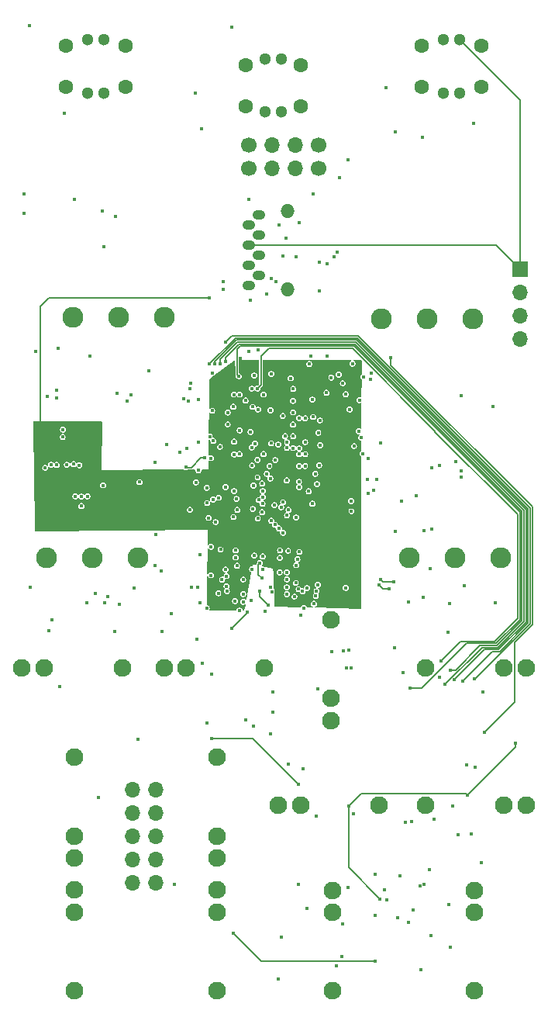
<source format=gbr>
G04 #@! TF.GenerationSoftware,KiCad,Pcbnew,7.0.6-0*
G04 #@! TF.CreationDate,2024-04-11T12:12:25-07:00*
G04 #@! TF.ProjectId,Sampler-built,53616d70-6c65-4722-9d62-75696c742e6b,rev?*
G04 #@! TF.SameCoordinates,PXb71b00PY73f50f0*
G04 #@! TF.FileFunction,Copper,L3,Inr*
G04 #@! TF.FilePolarity,Positive*
%FSLAX46Y46*%
G04 Gerber Fmt 4.6, Leading zero omitted, Abs format (unit mm)*
G04 Created by KiCad (PCBNEW 7.0.6-0) date 2024-04-11 12:12:25*
%MOMM*%
%LPD*%
G01*
G04 APERTURE LIST*
G04 #@! TA.AperFunction,ComponentPad*
%ADD10C,1.700000*%
G04 #@! TD*
G04 #@! TA.AperFunction,ComponentPad*
%ADD11O,1.700000X1.700000*%
G04 #@! TD*
G04 #@! TA.AperFunction,ComponentPad*
%ADD12R,1.700000X1.700000*%
G04 #@! TD*
G04 #@! TA.AperFunction,ComponentPad*
%ADD13C,1.930400*%
G04 #@! TD*
G04 #@! TA.AperFunction,ComponentPad*
%ADD14C,1.600000*%
G04 #@! TD*
G04 #@! TA.AperFunction,ComponentPad*
%ADD15C,1.300000*%
G04 #@! TD*
G04 #@! TA.AperFunction,ComponentPad*
%ADD16O,1.397000X1.092200*%
G04 #@! TD*
G04 #@! TA.AperFunction,ComponentPad*
%ADD17O,1.524000X1.524000*%
G04 #@! TD*
G04 #@! TA.AperFunction,ComponentPad*
%ADD18C,2.286000*%
G04 #@! TD*
G04 #@! TA.AperFunction,ViaPad*
%ADD19C,0.400000*%
G04 #@! TD*
G04 #@! TA.AperFunction,Conductor*
%ADD20C,0.203200*%
G04 #@! TD*
G04 #@! TA.AperFunction,Conductor*
%ADD21C,0.200000*%
G04 #@! TD*
G04 #@! TA.AperFunction,Conductor*
%ADD22C,0.127000*%
G04 #@! TD*
G04 APERTURE END LIST*
D10*
G04 #@! TO.N,/UART_TX*
G04 #@! TO.C,J4*
X151296648Y87529922D03*
G04 #@! TO.N,GND*
X151296648Y90069922D03*
D11*
G04 #@! TO.N,/UART_RX*
X153836648Y87529922D03*
G04 #@! TO.N,GND*
X153836648Y90069922D03*
G04 #@! TO.N,/DEBUG2*
X156376648Y87529922D03*
G04 #@! TO.N,GND*
X156376648Y90069922D03*
D10*
G04 #@! TO.N,/DEBUG3*
X158916648Y87529922D03*
G04 #@! TO.N,GND*
X158916648Y90069922D03*
G04 #@! TD*
D12*
G04 #@! TO.N,+3V3*
G04 #@! TO.C,J3*
X180876648Y76529922D03*
D11*
G04 #@! TO.N,/SWDCLK*
X180876648Y73989922D03*
G04 #@! TO.N,GND*
X180876648Y71449922D03*
G04 #@! TO.N,/SWDIO*
X180876648Y68909922D03*
G04 #@! TD*
G04 #@! TO.N,Net-(D17-K)*
G04 #@! TO.C,J10*
X141126648Y9559922D03*
X138586648Y9559922D03*
G04 #@! TO.N,GND*
X141126648Y12099922D03*
X138586648Y12099922D03*
X141126648Y14639922D03*
X138586648Y14639922D03*
X141126648Y17179922D03*
X138586648Y17179922D03*
G04 #@! TO.N,Net-(D16-A)*
X141126648Y19719922D03*
X138586648Y19719922D03*
G04 #@! TD*
D13*
G04 #@! TO.N,Net-(J12-SIG)*
G04 #@! TO.C,J12*
X132258648Y23206922D03*
G04 #@! TO.N,GND*
X132258648Y12234122D03*
X132258648Y14647122D03*
G04 #@! TD*
G04 #@! TO.N,Net-(J17-SIG)*
G04 #@! TO.C,J17*
X160450848Y-2252638D03*
G04 #@! TO.N,GND*
X160450848Y8720162D03*
G04 #@! TO.N,unconnected-(J17-SW-Pad3)*
X160450848Y6307162D03*
G04 #@! TD*
G04 #@! TO.N,Net-(J16-SIG)*
G04 #@! TO.C,J16*
X175950848Y-2252638D03*
G04 #@! TO.N,GND*
X175950848Y8720162D03*
G04 #@! TO.N,unconnected-(J16-SW-Pad3)*
X175950848Y6307162D03*
G04 #@! TD*
D14*
G04 #@! TO.N,unconnected-(Bank_But1-UP-A-Pad1)*
G04 #@! TO.C,Bank_But1*
X176658648Y100899922D03*
G04 #@! TO.N,Net-(Bank_But1-POLE-A)*
X170158648Y100899922D03*
G04 #@! TO.N,unconnected-(Bank_But1-DOWN-A-Pad3)*
X176658648Y96399922D03*
G04 #@! TO.N,GND*
X170158648Y96399922D03*
D15*
G04 #@! TO.N,+3V3*
X174308648Y101549922D03*
G04 #@! TO.N,Net-(Bank_But1-G)*
X172508648Y101549922D03*
G04 #@! TO.N,Net-(Bank_But1-R)*
X172508648Y95749922D03*
G04 #@! TO.N,Net-(Bank_But1-B)*
X174308648Y95749922D03*
G04 #@! TD*
D16*
G04 #@! TO.N,/D18*
G04 #@! TO.C,SD1*
X152356648Y82449673D03*
G04 #@! TO.N,/D19*
X151256828Y81349853D03*
G04 #@! TO.N,/D4*
X152356648Y80249779D03*
G04 #@! TO.N,+3V3*
X151256828Y79149959D03*
G04 #@! TO.N,/D9*
X152356648Y78049885D03*
G04 #@! TO.N,GND*
X151256828Y76950065D03*
G04 #@! TO.N,/D16*
X152356648Y75849991D03*
G04 #@! TO.N,/D17*
X151256828Y74750171D03*
D17*
G04 #@! TO.N,GND*
X155526568Y82892522D03*
X155526568Y74307322D03*
G04 #@! TD*
D18*
G04 #@! TO.N,GNDADC*
G04 #@! TO.C,POT_LENGTH1*
X139158648Y45045922D03*
G04 #@! TO.N,Net-(POT_LENGTH1-Center)*
X134158648Y45045922D03*
G04 #@! TO.N,VREF+*
X129158648Y45045922D03*
G04 #@! TD*
D13*
G04 #@! TO.N,Net-(J2-SIG)*
G04 #@! TO.C,J2*
X160286648Y38206922D03*
G04 #@! TO.N,GND*
X160286648Y27234122D03*
X160286648Y29647122D03*
G04 #@! TD*
D18*
G04 #@! TO.N,GNDADC*
G04 #@! TO.C,POT_PITCH1*
X175786648Y71045922D03*
G04 #@! TO.N,Net-(POT_PITCH1-Center)*
X170786648Y71045922D03*
G04 #@! TO.N,VREF+*
X165786648Y71045922D03*
G04 #@! TD*
D13*
G04 #@! TO.N,Net-(J7-SIG)*
G04 #@! TO.C,J7*
X137465648Y32999922D03*
G04 #@! TO.N,GND*
X126492848Y32999922D03*
X128905848Y32999922D03*
G04 #@! TD*
G04 #@! TO.N,Net-(J6-SIG)*
G04 #@! TO.C,J6*
X152993648Y32999922D03*
G04 #@! TO.N,GND*
X142020848Y32999922D03*
X144433848Y32999922D03*
G04 #@! TD*
G04 #@! TO.N,Net-(J15-SIG)*
G04 #@! TO.C,J15*
X147786648Y-2207078D03*
G04 #@! TO.N,GND*
X147786648Y8765722D03*
G04 #@! TO.N,unconnected-(J15-SW-Pad3)*
X147786648Y6352722D03*
G04 #@! TD*
D14*
G04 #@! TO.N,unconnected-(REV_BUT1-UP-A-Pad1)*
G04 #@! TO.C,REV_BUT1*
X137786648Y100899922D03*
G04 #@! TO.N,Net-(REV_BUT1-POLE-A)*
X131286648Y100899922D03*
G04 #@! TO.N,unconnected-(REV_BUT1-DOWN-A-Pad3)*
X137786648Y96399922D03*
G04 #@! TO.N,GND*
X131286648Y96399922D03*
D15*
G04 #@! TO.N,+3V3*
X135436648Y101549922D03*
G04 #@! TO.N,Net-(REV_BUT1-G)*
X133636648Y101549922D03*
G04 #@! TO.N,Net-(REV_BUT1-R)*
X133636648Y95749922D03*
G04 #@! TO.N,Net-(REV_BUT1-B)*
X135436648Y95749922D03*
G04 #@! TD*
D13*
G04 #@! TO.N,Net-(J9-SIG)*
G04 #@! TO.C,J9*
X147786648Y23206922D03*
G04 #@! TO.N,GND*
X147786648Y12234122D03*
X147786648Y14647122D03*
G04 #@! TD*
G04 #@! TO.N,Net-(J8-SIG)*
G04 #@! TO.C,J8*
X170579648Y32999922D03*
G04 #@! TO.N,GND*
X181552448Y32999922D03*
X179139448Y32999922D03*
G04 #@! TD*
G04 #@! TO.N,Net-(J11-SIG)*
G04 #@! TO.C,J11*
X132258648Y-2207078D03*
G04 #@! TO.N,GND*
X132258648Y8765722D03*
X132258648Y6352722D03*
G04 #@! TD*
G04 #@! TO.N,Net-(J13-SIG)*
G04 #@! TO.C,J13*
X170579648Y17999922D03*
G04 #@! TO.N,GND*
X181552448Y17999922D03*
X179139448Y17999922D03*
G04 #@! TD*
D18*
G04 #@! TO.N,GNDADC*
G04 #@! TO.C,POT_START1*
X178786648Y45045922D03*
G04 #@! TO.N,Net-(POT_START1-Center)*
X173786648Y45045922D03*
G04 #@! TO.N,VREF+*
X168786648Y45045922D03*
G04 #@! TD*
D13*
G04 #@! TO.N,Net-(J14-SIG)*
G04 #@! TO.C,J14*
X165493648Y17999922D03*
G04 #@! TO.N,GND*
X154520848Y17999922D03*
X156933848Y17999922D03*
G04 #@! TD*
D14*
G04 #@! TO.N,unconnected-(PLAY_BUT1-UP-A-Pad1)*
G04 #@! TO.C,PLAY_BUT1*
X156972648Y98799922D03*
G04 #@! TO.N,Net-(PLAY_BUT1-POLE-A)*
X150980648Y98799922D03*
G04 #@! TO.N,unconnected-(PLAY_BUT1-DOWN-A-Pad3)*
X156972648Y94299922D03*
G04 #@! TO.N,GND*
X150980648Y94299922D03*
D15*
G04 #@! TO.N,+3V3*
X154876648Y99449922D03*
G04 #@! TO.N,Net-(PLAY_BUT1-G)*
X153076648Y99449922D03*
G04 #@! TO.N,Net-(PLAY_BUT1-R)*
X153076648Y93649922D03*
G04 #@! TO.N,Net-(PLAY_BUT1-B)*
X154876648Y93649922D03*
G04 #@! TD*
D18*
G04 #@! TO.N,GNDADC*
G04 #@! TO.C,POT_SAMP1*
X142090000Y71226000D03*
G04 #@! TO.N,Net-(POT_SAMP1-Center)*
X137090000Y71226000D03*
G04 #@! TO.N,VREF+*
X132090000Y71226000D03*
G04 #@! TD*
D19*
G04 #@! TO.N,GND*
X130940000Y58200000D03*
X156117073Y59548450D03*
X131410000Y55160000D03*
X158776648Y30719922D03*
X133636648Y51719922D03*
X138409685Y62820315D03*
X132346570Y51710000D03*
X130281700Y55138300D03*
X166366648Y7679922D03*
X151310000Y67540000D03*
X130310000Y63320000D03*
X152691884Y42777168D03*
X152810149Y51643849D03*
X162116648Y9009922D03*
X132780000Y55100000D03*
X173076648Y36899922D03*
X157242383Y21986500D03*
X151544820Y40342832D03*
X153876648Y30389922D03*
X172116648Y55039922D03*
X173226648Y40039922D03*
X135366648Y52909922D03*
X154980148Y60486600D03*
X148490000Y74320000D03*
X162776648Y57189922D03*
X143776500Y56520000D03*
X127326648Y103049922D03*
X154826648Y3639922D03*
X150911648Y27329922D03*
X127386648Y41789922D03*
X159780000Y63010000D03*
X139346648Y53259922D03*
X149436648Y102949922D03*
X175596648Y14829922D03*
X130480000Y67850000D03*
X154496648Y-975078D03*
X162296648Y61199922D03*
X133016648Y51699922D03*
X157274273Y39541587D03*
X132110000Y55230000D03*
X175976648Y22179922D03*
X153781798Y41245040D03*
X153060753Y39164582D03*
X145760000Y62250000D03*
X136706648Y82264922D03*
X173850000Y55510000D03*
X130990000Y59000000D03*
X167280000Y47870000D03*
X174106648Y14749922D03*
X155027148Y47736600D03*
X145736562Y57639836D03*
X129701700Y55168300D03*
X167930000Y51160000D03*
X129036648Y54819922D03*
X152500148Y44446600D03*
X148470000Y75160000D03*
X174520000Y53804922D03*
X130586648Y30989922D03*
X171257148Y48100000D03*
G04 #@! TO.N,+3V3*
X155180148Y65996600D03*
X147220148Y62746600D03*
X147186648Y32269922D03*
X152870148Y55026600D03*
X132020000Y56370000D03*
X161480612Y56105497D03*
X148907284Y40008568D03*
X150352208Y66786780D03*
X146930000Y73380000D03*
X129750000Y38260000D03*
X153665212Y41781488D03*
X155026648Y48556600D03*
X152466112Y41346010D03*
X139016648Y49139922D03*
X135890000Y40800000D03*
X131430000Y56310000D03*
X171110000Y43840000D03*
X152830148Y43746600D03*
X130540000Y56420000D03*
X129081700Y56498300D03*
X132750000Y56360000D03*
X131610000Y48970000D03*
X149216148Y46643048D03*
X129771700Y56468300D03*
X176880000Y30340000D03*
X158960148Y59386600D03*
X149416648Y37309922D03*
X172144510Y31979637D03*
X151100148Y39056600D03*
X168160000Y32440000D03*
X153413498Y39811210D03*
G04 #@! TO.N,/A4*
X141756648Y36919922D03*
X145720000Y41770000D03*
G04 #@! TO.N,GNDADC*
X167071522Y42341522D03*
X165649998Y42660000D03*
G04 #@! TO.N,/A5*
X146216648Y33449922D03*
X146706648Y27010422D03*
X142806648Y38889922D03*
X144980000Y41810000D03*
G04 #@! TO.N,+12V*
X174500000Y54482531D03*
X171256648Y54799922D03*
X133906648Y67059922D03*
X156706648Y20259922D03*
X162196648Y17889922D03*
X175196648Y19109922D03*
X165086648Y959922D03*
X165616648Y7779922D03*
X149566648Y4059922D03*
X135456648Y78989922D03*
X139156648Y25159922D03*
X147196648Y25259922D03*
X128010000Y67563651D03*
X180400000Y24740000D03*
X132976648Y50659922D03*
X174784148Y41939922D03*
X134509257Y41137313D03*
G04 #@! TO.N,-12VA*
X135320000Y82890000D03*
X167566648Y5739922D03*
X170996648Y10969922D03*
X167186648Y35159922D03*
X157636648Y6759922D03*
X153886648Y28169922D03*
X166096648Y8729922D03*
X168706648Y5169922D03*
X170390000Y47970000D03*
X156706648Y9359922D03*
X132260000Y84080000D03*
X153686648Y25799922D03*
G04 #@! TO.N,/A2*
X145595316Y36155314D03*
X145980000Y40100000D03*
G04 #@! TO.N,/A7*
X177910000Y61500000D03*
X174470000Y62700000D03*
X144920000Y64050000D03*
X147160000Y55880000D03*
G04 #@! TO.N,/A6*
X147270148Y61056600D03*
X151260000Y84150000D03*
X149669346Y56295598D03*
X148974993Y60866600D03*
G04 #@! TO.N,/D6*
X165256648Y53549922D03*
X166227800Y96296803D03*
G04 #@! TO.N,/D8*
X141020000Y55440000D03*
X157634612Y41705009D03*
X158728011Y53049600D03*
X141026648Y44149922D03*
X146130000Y91840000D03*
X141080000Y47540000D03*
G04 #@! TO.N,/A9*
X145500000Y53240000D03*
X144702493Y62086180D03*
G04 #@! TO.N,/D15*
X155620000Y22450000D03*
X162450000Y33020000D03*
X162230000Y34890000D03*
X164940000Y52403500D03*
X157820148Y52266600D03*
X155230004Y58266644D03*
G04 #@! TO.N,/D13*
X161630000Y34870000D03*
X155470000Y57619241D03*
X161920000Y33020000D03*
X134816648Y18829922D03*
G04 #@! TO.N,VREF+*
X144410000Y54880000D03*
X129300000Y62650000D03*
X166600000Y41650000D03*
X130290000Y62440000D03*
X165510000Y42070000D03*
X146460000Y55910000D03*
G04 #@! TO.N,/D11*
X163726648Y56359922D03*
X159838769Y67022043D03*
X158040000Y67050000D03*
X158976648Y77269922D03*
G04 #@! TO.N,/D10*
X145470000Y95759922D03*
X164346648Y55799922D03*
G04 #@! TO.N,/D14*
X160616648Y77859922D03*
X156750000Y81620000D03*
X159814039Y77087313D03*
X158862341Y58658793D03*
G04 #@! TO.N,/D12*
X160943648Y78389922D03*
X161550000Y64050000D03*
X158320148Y60376600D03*
X161106648Y64999922D03*
G04 #@! TO.N,/D0*
X170210000Y90900000D03*
X162606500Y66192256D03*
G04 #@! TO.N,/D1*
X153750000Y75460000D03*
X155040000Y77950000D03*
X162110000Y88450000D03*
X147310000Y65160000D03*
X158310000Y84700000D03*
X151470000Y73103000D03*
X161186500Y86510000D03*
X167320000Y91490000D03*
G04 #@! TO.N,/D3*
X158226648Y62279922D03*
X154606648Y81329922D03*
G04 #@! TO.N,/D2*
X143186648Y9350000D03*
X165710000Y57560000D03*
X159051468Y59997921D03*
X163516648Y58119922D03*
G04 #@! TO.N,/D5*
X175840000Y92440000D03*
X163794998Y64744998D03*
G04 #@! TO.N,/D19*
X156143699Y63436471D03*
G04 #@! TO.N,/D18*
X160296648Y64669922D03*
G04 #@! TO.N,/D7*
X156778407Y55003681D03*
X141676648Y43559922D03*
X157164104Y41332685D03*
X138770000Y41680000D03*
X126710000Y82620000D03*
X126710000Y84730000D03*
G04 #@! TO.N,/D17*
X156787911Y60248837D03*
G04 #@! TO.N,/D16*
X158976648Y74149922D03*
X157430148Y60226600D03*
G04 #@! TO.N,/D9*
X155836648Y64599922D03*
G04 #@! TO.N,/A0*
X145916648Y45379922D03*
X151780000Y26609922D03*
X146680000Y39500000D03*
X150275255Y56326600D03*
G04 #@! TO.N,/A1*
X146682904Y52643666D03*
X144840000Y63440000D03*
G04 #@! TO.N,/A3*
X144180000Y62400000D03*
X144490000Y56980000D03*
G04 #@! TO.N,/A8*
X144860000Y50250000D03*
X148117148Y57109600D03*
X129466648Y37039922D03*
X146726648Y50979922D03*
G04 #@! TO.N,Net-(J2-SIG)*
X160300000Y34750000D03*
G04 #@! TO.N,Net-(C46-Pad1)*
X169590000Y51820000D03*
X178240000Y40110000D03*
G04 #@! TO.N,Net-(POT_LENGTH1-Center)*
X140330000Y65450000D03*
G04 #@! TO.N,Net-(REV_BUT1-R)*
X131130000Y93550000D03*
G04 #@! TO.N,/D4*
X156090148Y62136600D03*
X155354039Y79907313D03*
G04 #@! TO.N,/VCOM*
X176676648Y11769922D03*
X171546648Y16479922D03*
X158646648Y16839922D03*
G04 #@! TO.N,GNDA*
X165046648Y10419922D03*
X173556648Y17879922D03*
X173146648Y7149922D03*
X167766648Y10249922D03*
G04 #@! TO.N,Net-(U2B-VCAP_1)*
X153702594Y57499046D03*
G04 #@! TO.N,+3.3VADC*
X145780000Y54560000D03*
X137974685Y62075315D03*
X142280000Y57400000D03*
X136900000Y62990000D03*
G04 #@! TO.N,/BOOT0*
X151690148Y61476600D03*
X152260000Y67720000D03*
G04 #@! TO.N,Net-(C152-Pad1)*
X165066648Y5969922D03*
X161426648Y1499922D03*
G04 #@! TO.N,Net-(C152-Pad2)*
X161526648Y5059922D03*
X160826648Y489922D03*
G04 #@! TO.N,Net-(C153-Pad1)*
X170106648Y59922D03*
X173256648Y2479922D03*
G04 #@! TO.N,Net-(C153-Pad2)*
X171176648Y3739922D03*
X169236648Y6559922D03*
G04 #@! TO.N,/SWDCLK*
X164690000Y65180000D03*
G04 #@! TO.N,/SWDIO*
X164550000Y64510000D03*
G04 #@! TO.N,/UART_TX*
X147005436Y58236342D03*
G04 #@! TO.N,/UART_RX*
X147406648Y57773342D03*
G04 #@! TO.N,/DEBUG2*
X150920148Y62176600D03*
G04 #@! TO.N,/DEBUG3*
X153740148Y65076600D03*
X156426648Y77839922D03*
X153196648Y73749922D03*
X154226648Y75109922D03*
G04 #@! TO.N,Net-(J9-SIG)*
X135570000Y40129922D03*
X133546648Y40129922D03*
X137126648Y39899922D03*
X136616648Y36989922D03*
G04 #@! TO.N,/LOUT+*
X170418085Y9336875D03*
X169090443Y16181525D03*
G04 #@! TO.N,/LOUT-*
X169952549Y9155823D03*
X168420000Y16130000D03*
G04 #@! TO.N,Net-(U15A--)*
X168700000Y40170000D03*
X170296648Y40680000D03*
G04 #@! TO.N,/I2C1_SCL*
X175920000Y31780000D03*
X148730000Y68500000D03*
G04 #@! TO.N,/I2C1_SDA*
X172250000Y33780000D03*
X152237926Y63473227D03*
G04 #@! TO.N,/RIN*
X162746648Y17079922D03*
X175030000Y22370000D03*
G04 #@! TO.N,/SAI_SD_B*
X174616648Y31529922D03*
X146963500Y66149922D03*
G04 #@! TO.N,/SAI_MCLK*
X148175714Y66207986D03*
X172736648Y31229922D03*
G04 #@! TO.N,/SD-NBL1*
X156470148Y44196600D03*
X151580148Y63466600D03*
G04 #@! TO.N,/SD-NBL0*
X150276648Y62821634D03*
X148356648Y42619922D03*
G04 #@! TO.N,/SD-CKE1*
X154650148Y43426600D03*
X151870148Y64906600D03*
G04 #@! TO.N,/CODEC_RESET*
X177000000Y25940000D03*
X166790000Y66860000D03*
G04 #@! TO.N,/SAI_FS*
X173746648Y31709922D03*
X147596648Y66149922D03*
G04 #@! TO.N,/SAI_SCK*
X148729797Y66438194D03*
X173283148Y32766922D03*
G04 #@! TO.N,/SAI_SD_A*
X168866648Y30799922D03*
X150195162Y64810000D03*
X149630148Y62826600D03*
G04 #@! TO.N,/SD-NCAS*
X153660148Y61116600D03*
X152880148Y62816600D03*
X152280148Y61176600D03*
X151650148Y43766600D03*
G04 #@! TO.N,/SD-D2*
X158400148Y39986600D03*
X150651504Y40204801D03*
X161870000Y41730000D03*
X156125175Y60876600D03*
G04 #@! TO.N,/SD-D3*
X163296648Y58829922D03*
X148890148Y41366600D03*
X164246648Y53549922D03*
X158601969Y40818655D03*
X157880518Y66160422D03*
X163396648Y62209922D03*
X164310000Y52040000D03*
X161866648Y62859922D03*
G04 #@! TO.N,/SD-A0*
X149670441Y52293100D03*
X149588033Y61484485D03*
G04 #@! TO.N,/SD-A2*
X147389582Y51366988D03*
X148977832Y59564212D03*
G04 #@! TO.N,/SD-A1*
X149850148Y45816600D03*
X151473713Y58738745D03*
X148190148Y45896600D03*
X146899678Y49360392D03*
G04 #@! TO.N,/SD-CLK*
X154500000Y57370000D03*
X155443718Y43410078D03*
G04 #@! TO.N,/SD-A3*
X150284091Y58916225D03*
X148006582Y51559724D03*
G04 #@! TO.N,/SD-A4*
X152340328Y51316420D03*
X152254794Y49305314D03*
G04 #@! TO.N,/SD-NWE*
X151588309Y57046600D03*
X148740148Y43726600D03*
G04 #@! TO.N,/SD-A5*
X149665923Y57685332D03*
X148748336Y52733600D03*
G04 #@! TO.N,/SD-BA1*
X149849851Y45036600D03*
X152797148Y52286600D03*
X162446648Y51199922D03*
X156130148Y58266600D03*
G04 #@! TO.N,/SD-BA0*
X158236000Y50910000D03*
X156130148Y56976600D03*
X153730148Y49056600D03*
X151862231Y45252043D03*
G04 #@! TO.N,/SD-D1*
X149780148Y40276600D03*
X157426648Y57619922D03*
G04 #@! TO.N,/SD-A12*
X159099759Y57294467D03*
X156430148Y49406600D03*
X156590148Y44846600D03*
X162496648Y50089922D03*
G04 #@! TO.N,/SD-A11*
X149610148Y49456600D03*
X154680148Y44996600D03*
X152807895Y45158949D03*
X152877297Y56333838D03*
G04 #@! TO.N,/SD-NE1*
X147940148Y41136600D03*
X155449403Y57015476D03*
G04 #@! TO.N,/SD-D0*
X156787799Y56943323D03*
X150260148Y39246600D03*
G04 #@! TO.N,/SD-A7*
X155455148Y49651600D03*
X154582854Y48209306D03*
X151951309Y57466600D03*
X154688298Y45813057D03*
G04 #@! TO.N,/SD-A10*
X152234981Y55686600D03*
X147660148Y48906600D03*
G04 #@! TO.N,/SD-D10*
X158823541Y42066567D03*
X156775100Y56326600D03*
G04 #@! TO.N,/SD-D15*
X156956648Y38749922D03*
X158953774Y55094484D03*
G04 #@! TO.N,/SD-A6*
X151654168Y55072826D03*
X149961416Y51445332D03*
G04 #@! TO.N,/SD-A9*
X150038468Y50238280D03*
X152252454Y53771044D03*
G04 #@! TO.N,/SD-D5*
X148850148Y41906600D03*
X152770148Y50906600D03*
X155027148Y51066600D03*
X153524955Y55019407D03*
G04 #@! TO.N,/SD-D6*
X150660148Y42626600D03*
X154180148Y55671564D03*
X155627148Y50236600D03*
X154140148Y48606600D03*
G04 #@! TO.N,/SD-D8*
X155422344Y53444567D03*
X156816648Y45646600D03*
G04 #@! TO.N,/SD-D11*
X158686648Y41363891D03*
X155430148Y41786600D03*
X157425121Y56316600D03*
X156730172Y41581667D03*
G04 #@! TO.N,/SD-D14*
X158532955Y54159407D03*
X156256828Y40763280D03*
G04 #@! TO.N,/SD-D13*
X155456208Y41036600D03*
X157420148Y55021622D03*
G04 #@! TO.N,/SD-NRAS*
X149987018Y44144194D03*
X151799795Y52896246D03*
G04 #@! TO.N,/SD-A8*
X155559845Y45760041D03*
X152753295Y53108833D03*
G04 #@! TO.N,/SD-D4*
X151727148Y50346600D03*
X150655660Y41044066D03*
X153260148Y54176600D03*
X147160148Y43096600D03*
X154070148Y50758942D03*
X147170148Y46206600D03*
G04 #@! TO.N,/SD-D7*
X152739623Y49983600D03*
X153623148Y53656600D03*
X148863648Y43004332D03*
X154808468Y50528280D03*
G04 #@! TO.N,/SD-D9*
X155456445Y42643258D03*
X156786828Y52733280D03*
G04 #@! TO.N,/SD-D12*
X156764898Y53310030D03*
X156404241Y42265255D03*
G04 #@! TD*
D20*
G04 #@! TO.N,GND*
X152500148Y44446600D02*
X152328548Y44275000D01*
X152328548Y44275000D02*
X152328548Y43140504D01*
X152328548Y43140504D02*
X152691884Y42777168D01*
G04 #@! TO.N,+3V3*
X180876648Y94981922D02*
X180876648Y76529922D01*
X151100148Y39056600D02*
X151100148Y38993422D01*
X174308648Y101549922D02*
X180876648Y94981922D01*
D21*
X128510000Y57070000D02*
X129081700Y56498300D01*
X146930000Y73380000D02*
X129470000Y73380000D01*
X129470000Y73380000D02*
X128510000Y72420000D01*
D20*
X152466112Y41346010D02*
X152466112Y40758596D01*
D21*
X128510000Y72420000D02*
X128510000Y57070000D01*
D20*
X151256828Y79149959D02*
X178256611Y79149959D01*
X151100148Y38993422D02*
X149416648Y37309922D01*
X178256611Y79149959D02*
X180876648Y76529922D01*
X152466112Y40758596D02*
X153413498Y39811210D01*
G04 #@! TO.N,GNDADC*
X167071522Y42341522D02*
X165968476Y42341522D01*
X165968476Y42341522D02*
X165649998Y42660000D01*
G04 #@! TO.N,+12V*
X147196648Y25259922D02*
X151706648Y25259922D01*
X165616648Y7779922D02*
X162196648Y11199922D01*
X180400000Y24740000D02*
X180400000Y24313274D01*
X151706648Y25259922D02*
X156706648Y20259922D01*
X163571848Y19265122D02*
X162196648Y17889922D01*
X149566648Y4059922D02*
X152636648Y989922D01*
X175041448Y19265122D02*
X163571848Y19265122D01*
X162196648Y11199922D02*
X162196648Y17889922D01*
X152636648Y989922D02*
X165056648Y989922D01*
X180400000Y24313274D02*
X175196648Y19109922D01*
X165056648Y989922D02*
X165086648Y959922D01*
X175196648Y19109922D02*
X175041448Y19265122D01*
D22*
G04 #@! TO.N,VREF+*
X146050000Y55910000D02*
X146460000Y55910000D01*
D20*
X165930000Y41650000D02*
X165510000Y42070000D01*
X166600000Y41650000D02*
X165930000Y41650000D01*
D22*
X144430000Y54860000D02*
X144410000Y54880000D01*
X145000000Y54860000D02*
X144430000Y54860000D01*
X145000000Y54860000D02*
X146050000Y55910000D01*
G04 #@! TO.N,/I2C1_SCL*
X182014997Y50460133D02*
X163255130Y69220000D01*
X176015130Y31780000D02*
X182014998Y37779868D01*
X149450000Y69220000D02*
X148730000Y68500000D01*
X175920000Y31780000D02*
X176015130Y31780000D01*
X182014998Y37779868D02*
X182014997Y50460133D01*
X163255130Y69220000D02*
X149450000Y69220000D01*
G04 #@! TO.N,/I2C1_SDA*
X174370000Y35900000D02*
X172250000Y33780000D01*
X152610148Y67003422D02*
X153464726Y67858000D01*
X171620148Y58740000D02*
X180650000Y49710148D01*
X152610148Y63845449D02*
X152610148Y67003422D01*
X180650000Y49710148D02*
X180650000Y38420000D01*
X178130000Y35900000D02*
X174370000Y35900000D01*
X162602000Y67858000D02*
X171620148Y58839852D01*
X180650000Y38420000D02*
X178130000Y35900000D01*
X153464726Y67858000D02*
X162602000Y67858000D01*
X152237926Y63473227D02*
X152610148Y63845449D01*
X171620148Y58839852D02*
X171620148Y58740000D01*
G04 #@! TO.N,/SAI_SD_B*
X174616648Y31529922D02*
X177851727Y34765001D01*
X177851727Y34765001D02*
X178679106Y34765002D01*
X163161104Y68993000D02*
X149806578Y68993000D01*
X181787998Y50366106D02*
X163161104Y68993000D01*
X149806578Y68993000D02*
X146963500Y66149922D01*
X181787998Y37873894D02*
X181787998Y50366106D01*
X178679106Y34765002D02*
X181787998Y37873894D01*
G04 #@! TO.N,/SAI_MCLK*
X178491053Y35219001D02*
X181333998Y38061946D01*
X181333999Y50178053D02*
X162973052Y68539000D01*
X176725727Y35219001D02*
X178491053Y35219001D01*
X150046540Y68539000D02*
X148175714Y66668174D01*
X148175714Y66668174D02*
X148175714Y66207986D01*
X162973052Y68539000D02*
X150046540Y68539000D01*
X172736648Y31229922D02*
X176725727Y35219001D01*
X181333998Y38061946D02*
X181333999Y50178053D01*
G04 #@! TO.N,/CODEC_RESET*
X182241997Y50554159D02*
X166790000Y66006156D01*
X180320147Y29260147D02*
X180320147Y35763991D01*
X180320147Y35763991D02*
X182241997Y37685841D01*
X182241997Y37685841D02*
X182241997Y50554159D01*
X166790000Y66006156D02*
X166790000Y66860000D01*
X177000000Y25940000D02*
X180320147Y29260147D01*
G04 #@! TO.N,/SAI_FS*
X181560999Y50272079D02*
X181560998Y37967920D01*
X181560998Y37967920D02*
X178585079Y34992001D01*
X147596648Y66410134D02*
X149952514Y68766000D01*
X178585079Y34992001D02*
X177028726Y34992000D01*
X147596648Y66149922D02*
X147596648Y66410134D01*
X177028726Y34992000D02*
X173746648Y31709922D01*
X163067078Y68766000D02*
X181560999Y50272079D01*
X149952514Y68766000D02*
X163067078Y68766000D01*
G04 #@! TO.N,/SAI_SCK*
X173847948Y32766922D02*
X176527026Y35446000D01*
X162879026Y68312000D02*
X150220974Y68312000D01*
X148729797Y66820823D02*
X148729797Y66438194D01*
X173283148Y32766922D02*
X173847948Y32766922D01*
X181106999Y50084027D02*
X162879026Y68312000D01*
X181106998Y38155972D02*
X181106999Y50084027D01*
X150220974Y68312000D02*
X148729797Y66820823D01*
X176527026Y35446000D02*
X178397027Y35446001D01*
X178397027Y35446001D02*
X181106998Y38155972D01*
G04 #@! TO.N,/SAI_SD_A*
X149988708Y65928359D02*
X149988708Y67758708D01*
X150195162Y64810000D02*
X150030000Y64975162D01*
X150030000Y65887067D02*
X149988708Y65928359D01*
X162785000Y68085000D02*
X180880000Y49990000D01*
X180880000Y49990000D02*
X180879998Y38249998D01*
X170156648Y30799922D02*
X168866648Y30799922D01*
X178303000Y35673000D02*
X175029726Y35673000D01*
X149988708Y67758708D02*
X150315000Y68085000D01*
X180879998Y38249998D02*
X178303000Y35673000D01*
X175029726Y35673000D02*
X170156648Y30799922D01*
X150315000Y68085000D02*
X162785000Y68085000D01*
X150030000Y64975162D02*
X150030000Y65887067D01*
G04 #@! TD*
G04 #@! TA.AperFunction,Conductor*
G04 #@! TO.N,+3V3*
G36*
X135185562Y59886998D02*
G01*
X135229682Y59868516D01*
X135247810Y59824248D01*
X135247807Y59823766D01*
X135186648Y54609923D01*
X135186648Y54609922D01*
X144190467Y54617559D01*
X144230690Y54602939D01*
X144243724Y54592002D01*
X144352253Y54552500D01*
X144352256Y54552500D01*
X144467744Y54552500D01*
X144467747Y54552500D01*
X144576276Y54592002D01*
X144589751Y54603310D01*
X144629867Y54617932D01*
X145384897Y54618572D01*
X145429105Y54600305D01*
X145443801Y54564910D01*
X145446499Y54565385D01*
X145447448Y54560002D01*
X145447448Y54560000D01*
X145467503Y54446261D01*
X145525250Y54346240D01*
X145613724Y54272002D01*
X145722253Y54232500D01*
X145722256Y54232500D01*
X145837744Y54232500D01*
X145837747Y54232500D01*
X145946276Y54272002D01*
X146034750Y54346240D01*
X146092497Y54446261D01*
X146112552Y54560000D01*
X146112551Y54560002D01*
X146113501Y54565385D01*
X146115952Y54564953D01*
X146130858Y54600937D01*
X146174996Y54619243D01*
X146976648Y54619922D01*
X146941637Y52850527D01*
X146937654Y52857426D01*
X146849179Y52931665D01*
X146740653Y52971166D01*
X146740651Y52971166D01*
X146625157Y52971166D01*
X146625154Y52971166D01*
X146516628Y52931665D01*
X146428154Y52857427D01*
X146370407Y52757406D01*
X146370406Y52757405D01*
X146370407Y52757405D01*
X146350352Y52643666D01*
X146370407Y52529927D01*
X146428154Y52429906D01*
X146516628Y52355668D01*
X146625157Y52316166D01*
X146625160Y52316166D01*
X146740648Y52316166D01*
X146740651Y52316166D01*
X146849180Y52355668D01*
X146933240Y52426204D01*
X146910038Y51253560D01*
X146892923Y51267921D01*
X146784397Y51307422D01*
X146784395Y51307422D01*
X146668901Y51307422D01*
X146668898Y51307422D01*
X146560372Y51267921D01*
X146471898Y51193683D01*
X146414151Y51093662D01*
X146394096Y50979923D01*
X146414151Y50866183D01*
X146471898Y50766162D01*
X146560372Y50691924D01*
X146648292Y50659923D01*
X146668901Y50652422D01*
X146668904Y50652422D01*
X146784392Y50652422D01*
X146784395Y50652422D01*
X146892924Y50691924D01*
X146899025Y50697045D01*
X146879058Y49687892D01*
X146841928Y49687892D01*
X146733402Y49648391D01*
X146644928Y49574153D01*
X146587181Y49474132D01*
X146587180Y49474131D01*
X146587181Y49474131D01*
X146567126Y49360392D01*
X146587181Y49246653D01*
X146644928Y49146632D01*
X146733402Y49072394D01*
X146841931Y49032892D01*
X146841934Y49032892D01*
X146866098Y49032892D01*
X146846648Y48049922D01*
X146789256Y48049529D01*
X127983525Y47920437D01*
X127939206Y47938440D01*
X127920597Y47982507D01*
X127920598Y47983415D01*
X127926885Y48649162D01*
X127896193Y50250000D01*
X144527448Y50250000D01*
X144547503Y50136261D01*
X144605250Y50036240D01*
X144693724Y49962002D01*
X144802253Y49922500D01*
X144802256Y49922500D01*
X144917744Y49922500D01*
X144917747Y49922500D01*
X145026276Y49962002D01*
X145114750Y50036240D01*
X145172497Y50136261D01*
X145192552Y50250000D01*
X145172497Y50363739D01*
X145114750Y50463760D01*
X145026276Y50537998D01*
X145026275Y50537999D01*
X144917749Y50577500D01*
X144917747Y50577500D01*
X144802253Y50577500D01*
X144802250Y50577500D01*
X144693724Y50537999D01*
X144605250Y50463761D01*
X144547503Y50363740D01*
X144547502Y50363739D01*
X144547503Y50363739D01*
X144527448Y50250000D01*
X127896193Y50250000D01*
X127888334Y50659922D01*
X132644096Y50659922D01*
X132664151Y50546183D01*
X132721898Y50446162D01*
X132810372Y50371924D01*
X132918901Y50332422D01*
X132918904Y50332422D01*
X133034392Y50332422D01*
X133034395Y50332422D01*
X133142924Y50371924D01*
X133231398Y50446162D01*
X133289145Y50546183D01*
X133309200Y50659922D01*
X133289145Y50773661D01*
X133231398Y50873682D01*
X133142924Y50947920D01*
X133142923Y50947921D01*
X133034397Y50987422D01*
X133034395Y50987422D01*
X132918901Y50987422D01*
X132918898Y50987422D01*
X132810372Y50947921D01*
X132721898Y50873683D01*
X132664151Y50773662D01*
X132664150Y50773661D01*
X132664151Y50773661D01*
X132644096Y50659922D01*
X127888334Y50659922D01*
X127868201Y51710000D01*
X132014018Y51710000D01*
X132034073Y51596261D01*
X132091820Y51496240D01*
X132180294Y51422002D01*
X132288823Y51382500D01*
X132288826Y51382500D01*
X132404314Y51382500D01*
X132404317Y51382500D01*
X132512846Y51422002D01*
X132601320Y51496240D01*
X132624573Y51536516D01*
X132662522Y51565636D01*
X132709948Y51559393D01*
X132732825Y51536516D01*
X132761895Y51486165D01*
X132761897Y51486163D01*
X132850372Y51411924D01*
X132931209Y51382501D01*
X132958901Y51372422D01*
X132958904Y51372422D01*
X133074392Y51372422D01*
X133074395Y51372422D01*
X133182924Y51411924D01*
X133271398Y51486162D01*
X133278648Y51498721D01*
X133316597Y51527841D01*
X133364023Y51521599D01*
X133380650Y51507648D01*
X133381894Y51506165D01*
X133470372Y51431924D01*
X133525320Y51411924D01*
X133578901Y51392422D01*
X133578904Y51392422D01*
X133694392Y51392422D01*
X133694395Y51392422D01*
X133802924Y51431924D01*
X133891398Y51506162D01*
X133949145Y51606183D01*
X133969200Y51719922D01*
X133949145Y51833661D01*
X133891398Y51933682D01*
X133814748Y51997999D01*
X133802923Y52007921D01*
X133694397Y52047422D01*
X133694395Y52047422D01*
X133578901Y52047422D01*
X133578898Y52047422D01*
X133470372Y52007921D01*
X133381897Y51933682D01*
X133381895Y51933679D01*
X133374645Y51921122D01*
X133336694Y51892003D01*
X133289268Y51898249D01*
X133272644Y51912197D01*
X133271397Y51913683D01*
X133182923Y51987921D01*
X133074397Y52027422D01*
X133074395Y52027422D01*
X132958901Y52027422D01*
X132958898Y52027422D01*
X132850372Y51987921D01*
X132761897Y51913682D01*
X132761895Y51913679D01*
X132738644Y51873407D01*
X132700694Y51844287D01*
X132653268Y51850531D01*
X132630391Y51873407D01*
X132619655Y51892003D01*
X132601320Y51923760D01*
X132589496Y51933682D01*
X132512845Y51997999D01*
X132404319Y52037500D01*
X132404317Y52037500D01*
X132288823Y52037500D01*
X132288820Y52037500D01*
X132180294Y51997999D01*
X132091820Y51923761D01*
X132034073Y51823740D01*
X132034072Y51823739D01*
X132034073Y51823739D01*
X132014018Y51710000D01*
X127868201Y51710000D01*
X127845195Y52909922D01*
X135034096Y52909922D01*
X135054151Y52796183D01*
X135111898Y52696162D01*
X135200372Y52621924D01*
X135308901Y52582422D01*
X135308904Y52582422D01*
X135424392Y52582422D01*
X135424395Y52582422D01*
X135532924Y52621924D01*
X135621398Y52696162D01*
X135679145Y52796183D01*
X135699200Y52909922D01*
X135679145Y53023661D01*
X135621398Y53123682D01*
X135618325Y53126261D01*
X135532923Y53197921D01*
X135424397Y53237422D01*
X135424395Y53237422D01*
X135308901Y53237422D01*
X135308898Y53237422D01*
X135200372Y53197921D01*
X135111898Y53123683D01*
X135054151Y53023662D01*
X135034551Y52912500D01*
X135034096Y52909922D01*
X127845195Y52909922D01*
X127838485Y53259922D01*
X139014096Y53259922D01*
X139034151Y53146183D01*
X139091898Y53046162D01*
X139180372Y52971924D01*
X139288901Y52932422D01*
X139288904Y52932422D01*
X139404392Y52932422D01*
X139404395Y52932422D01*
X139512924Y52971924D01*
X139601398Y53046162D01*
X139659145Y53146183D01*
X139675687Y53240000D01*
X145167448Y53240000D01*
X145187503Y53126261D01*
X145245250Y53026240D01*
X145333724Y52952002D01*
X145442253Y52912500D01*
X145442256Y52912500D01*
X145557744Y52912500D01*
X145557747Y52912500D01*
X145666276Y52952002D01*
X145754750Y53026240D01*
X145812497Y53126261D01*
X145832552Y53240000D01*
X145812497Y53353739D01*
X145754750Y53453760D01*
X145666276Y53527998D01*
X145666275Y53527999D01*
X145557749Y53567500D01*
X145557747Y53567500D01*
X145442253Y53567500D01*
X145442250Y53567500D01*
X145333724Y53527999D01*
X145245250Y53453761D01*
X145187503Y53353740D01*
X145187502Y53353739D01*
X145187503Y53353739D01*
X145167448Y53240000D01*
X139675687Y53240000D01*
X139679200Y53259922D01*
X139659145Y53373661D01*
X139601398Y53473682D01*
X139512924Y53547920D01*
X139512923Y53547921D01*
X139404397Y53587422D01*
X139404395Y53587422D01*
X139288901Y53587422D01*
X139288898Y53587422D01*
X139180372Y53547921D01*
X139091898Y53473683D01*
X139034151Y53373662D01*
X139034150Y53373661D01*
X139034151Y53373661D01*
X139014096Y53259922D01*
X127838485Y53259922D01*
X127808576Y54819922D01*
X128704096Y54819922D01*
X128724151Y54706183D01*
X128781898Y54606162D01*
X128870372Y54531924D01*
X128978901Y54492422D01*
X128978904Y54492422D01*
X129094392Y54492422D01*
X129094395Y54492422D01*
X129202924Y54531924D01*
X129291398Y54606162D01*
X129349145Y54706183D01*
X129369200Y54819922D01*
X129369199Y54819924D01*
X129369200Y54819925D01*
X129357659Y54885377D01*
X129368012Y54932079D01*
X129408356Y54957780D01*
X129455058Y54947427D01*
X129459376Y54944113D01*
X129535424Y54880302D01*
X129643953Y54840800D01*
X129643956Y54840800D01*
X129759444Y54840800D01*
X129759447Y54840800D01*
X129867976Y54880302D01*
X129935216Y54936724D01*
X129980837Y54951107D01*
X130023268Y54929019D01*
X130023651Y54928471D01*
X130026950Y54924540D01*
X130115424Y54850302D01*
X130220650Y54812002D01*
X130223953Y54810800D01*
X130223956Y54810800D01*
X130339444Y54810800D01*
X130339447Y54810800D01*
X130447976Y54850302D01*
X130536450Y54924540D01*
X130594197Y55024561D01*
X130614252Y55138300D01*
X130610426Y55160000D01*
X131077448Y55160000D01*
X131089128Y55093760D01*
X131097503Y55046261D01*
X131155250Y54946240D01*
X131243724Y54872002D01*
X131329446Y54840801D01*
X131352253Y54832500D01*
X131352256Y54832500D01*
X131467744Y54832500D01*
X131467747Y54832500D01*
X131576276Y54872002D01*
X131664750Y54946240D01*
X131722497Y55046261D01*
X131722497Y55046262D01*
X131725231Y55050997D01*
X131727490Y55049693D01*
X131753574Y55078184D01*
X131801362Y55080293D01*
X131834140Y55052802D01*
X131855247Y55016243D01*
X131855249Y55016241D01*
X131855250Y55016240D01*
X131943724Y54942002D01*
X132052253Y54902500D01*
X132052256Y54902500D01*
X132167744Y54902500D01*
X132167747Y54902500D01*
X132276276Y54942002D01*
X132364750Y55016240D01*
X132364751Y55016243D01*
X132366728Y55017901D01*
X132412349Y55032285D01*
X132454780Y55010197D01*
X132465633Y54991398D01*
X132467501Y54986265D01*
X132467502Y54986262D01*
X132467503Y54986261D01*
X132525250Y54886240D01*
X132613724Y54812002D01*
X132722253Y54772500D01*
X132722256Y54772500D01*
X132837744Y54772500D01*
X132837747Y54772500D01*
X132946276Y54812002D01*
X133034750Y54886240D01*
X133092497Y54986261D01*
X133112552Y55100000D01*
X133092497Y55213739D01*
X133034750Y55313760D01*
X133005140Y55338606D01*
X132946275Y55387999D01*
X132837749Y55427500D01*
X132837747Y55427500D01*
X132722253Y55427500D01*
X132722250Y55427500D01*
X132613724Y55387999D01*
X132523271Y55312100D01*
X132477649Y55297716D01*
X132435219Y55319804D01*
X132424365Y55338606D01*
X132422497Y55343737D01*
X132422497Y55343739D01*
X132364750Y55443760D01*
X132359700Y55447998D01*
X132276275Y55517999D01*
X132167749Y55557500D01*
X132167747Y55557500D01*
X132052253Y55557500D01*
X132052250Y55557500D01*
X131943724Y55517999D01*
X131855250Y55443761D01*
X131794769Y55339003D01*
X131792517Y55340304D01*
X131766388Y55311800D01*
X131718597Y55309722D01*
X131685858Y55337199D01*
X131684816Y55339003D01*
X131664750Y55373760D01*
X131654859Y55382060D01*
X131576275Y55447999D01*
X131467749Y55487500D01*
X131467747Y55487500D01*
X131352253Y55487500D01*
X131352250Y55487500D01*
X131243724Y55447999D01*
X131155250Y55373761D01*
X131097503Y55273740D01*
X131086924Y55213739D01*
X131077448Y55160000D01*
X130610426Y55160000D01*
X130594197Y55252039D01*
X130536450Y55352060D01*
X130532358Y55355494D01*
X130447975Y55426299D01*
X130339449Y55465800D01*
X130339447Y55465800D01*
X130223953Y55465800D01*
X130223950Y55465800D01*
X130115422Y55426299D01*
X130048182Y55369878D01*
X130002561Y55355494D01*
X129960131Y55377583D01*
X129959752Y55378124D01*
X129956449Y55382061D01*
X129867975Y55456299D01*
X129759449Y55495800D01*
X129759447Y55495800D01*
X129643953Y55495800D01*
X129643950Y55495800D01*
X129535424Y55456299D01*
X129446950Y55382061D01*
X129389203Y55282040D01*
X129369148Y55168300D01*
X129380689Y55102845D01*
X129370335Y55056144D01*
X129329990Y55030442D01*
X129283289Y55040796D01*
X129278964Y55044115D01*
X129276406Y55046261D01*
X129202924Y55107920D01*
X129202923Y55107921D01*
X129094397Y55147422D01*
X129094395Y55147422D01*
X128978901Y55147422D01*
X128978898Y55147422D01*
X128870372Y55107921D01*
X128781898Y55033683D01*
X128724151Y54933662D01*
X128704097Y54819925D01*
X128704096Y54819922D01*
X127808576Y54819922D01*
X127743771Y58200000D01*
X130607448Y58200000D01*
X130627503Y58086261D01*
X130685250Y57986240D01*
X130773724Y57912002D01*
X130882253Y57872500D01*
X130882256Y57872500D01*
X130997744Y57872500D01*
X130997747Y57872500D01*
X131106276Y57912002D01*
X131194750Y57986240D01*
X131252497Y58086261D01*
X131272552Y58200000D01*
X131252497Y58313739D01*
X131194750Y58413760D01*
X131106276Y58487998D01*
X131106275Y58487999D01*
X130997749Y58527500D01*
X130997747Y58527500D01*
X130882253Y58527500D01*
X130882250Y58527500D01*
X130773724Y58487999D01*
X130685250Y58413761D01*
X130627503Y58313740D01*
X130627502Y58313739D01*
X130627503Y58313739D01*
X130607448Y58200000D01*
X127743771Y58200000D01*
X127728433Y59000000D01*
X130657448Y59000000D01*
X130677503Y58886261D01*
X130735250Y58786240D01*
X130823724Y58712002D01*
X130932253Y58672500D01*
X130932256Y58672500D01*
X131047744Y58672500D01*
X131047747Y58672500D01*
X131156276Y58712002D01*
X131244750Y58786240D01*
X131302497Y58886261D01*
X131322552Y59000000D01*
X131302497Y59113739D01*
X131244750Y59213760D01*
X131156276Y59287998D01*
X131156275Y59287999D01*
X131047749Y59327500D01*
X131047747Y59327500D01*
X130932253Y59327500D01*
X130932250Y59327500D01*
X130823724Y59287999D01*
X130735250Y59213761D01*
X130677503Y59113740D01*
X130677502Y59113739D01*
X130677503Y59113739D01*
X130657448Y59000000D01*
X127728433Y59000000D01*
X127712078Y59853025D01*
X127729534Y59897561D01*
X127773369Y59916711D01*
X127774767Y59916721D01*
X135185562Y59886998D01*
G37*
G04 #@! TD.AperFunction*
G04 #@! TD*
G04 #@! TA.AperFunction,Conductor*
G04 #@! TO.N,+3V3*
G36*
X152356808Y66625605D02*
G01*
X152400954Y66607187D01*
X152419148Y66563105D01*
X152419148Y63950453D01*
X152400842Y63906259D01*
X152313617Y63819033D01*
X152269423Y63800727D01*
X152180176Y63800727D01*
X152071650Y63761226D01*
X151983175Y63686987D01*
X151983174Y63686986D01*
X151961249Y63649011D01*
X151923298Y63619891D01*
X151875872Y63626136D01*
X151852996Y63649013D01*
X151834898Y63680360D01*
X151746423Y63754599D01*
X151637897Y63794100D01*
X151637895Y63794100D01*
X151522401Y63794100D01*
X151522398Y63794100D01*
X151413872Y63754599D01*
X151325398Y63680361D01*
X151267651Y63580340D01*
X151247596Y63466600D01*
X151267651Y63352861D01*
X151325398Y63252840D01*
X151413872Y63178602D01*
X151498168Y63147920D01*
X151522401Y63139100D01*
X151522404Y63139100D01*
X151637892Y63139100D01*
X151637895Y63139100D01*
X151746424Y63178602D01*
X151834898Y63252840D01*
X151856823Y63290817D01*
X151894774Y63319936D01*
X151942200Y63313693D01*
X151965077Y63290816D01*
X151983176Y63259467D01*
X152071650Y63185229D01*
X152172634Y63148473D01*
X152180179Y63145727D01*
X152180182Y63145727D01*
X152295670Y63145727D01*
X152295673Y63145727D01*
X152404202Y63185229D01*
X152492676Y63259467D01*
X152550423Y63359488D01*
X152563997Y63436471D01*
X155811147Y63436471D01*
X155831202Y63322732D01*
X155888949Y63222711D01*
X155977423Y63148473D01*
X155989437Y63144100D01*
X156085952Y63108971D01*
X156085955Y63108971D01*
X156201443Y63108971D01*
X156201446Y63108971D01*
X156309975Y63148473D01*
X156398449Y63222711D01*
X156456196Y63322732D01*
X156476251Y63436471D01*
X156456196Y63550210D01*
X156398449Y63650231D01*
X156362543Y63680360D01*
X156309974Y63724470D01*
X156201448Y63763971D01*
X156201446Y63763971D01*
X156085952Y63763971D01*
X156085949Y63763971D01*
X155977423Y63724470D01*
X155888949Y63650232D01*
X155831202Y63550211D01*
X155811147Y63436471D01*
X152563997Y63436471D01*
X152570478Y63473227D01*
X152566768Y63494268D01*
X152577122Y63540968D01*
X152584119Y63549307D01*
X152714750Y63679938D01*
X152731827Y63692053D01*
X152732297Y63692279D01*
X152751696Y63716607D01*
X152754033Y63719220D01*
X152760423Y63725609D01*
X152765230Y63733260D01*
X152767262Y63736125D01*
X152786659Y63760446D01*
X152786773Y63760949D01*
X152794792Y63780308D01*
X152795066Y63780743D01*
X152798549Y63811670D01*
X152799136Y63815117D01*
X152801148Y63823928D01*
X152801148Y63832967D01*
X152801345Y63836469D01*
X152802032Y63842572D01*
X152804828Y63867384D01*
X152804655Y63867879D01*
X152801148Y63888521D01*
X152801148Y64050000D01*
X161217448Y64050000D01*
X161237503Y63936261D01*
X161295250Y63836240D01*
X161383724Y63762002D01*
X161486840Y63724470D01*
X161492253Y63722500D01*
X161492256Y63722500D01*
X161607744Y63722500D01*
X161607747Y63722500D01*
X161716276Y63762002D01*
X161804750Y63836240D01*
X161862497Y63936261D01*
X161882552Y64050000D01*
X161862497Y64163739D01*
X161804750Y64263760D01*
X161716276Y64337998D01*
X161716275Y64337999D01*
X161607749Y64377500D01*
X161607747Y64377500D01*
X161492253Y64377500D01*
X161492250Y64377500D01*
X161383724Y64337999D01*
X161295250Y64263761D01*
X161237503Y64163740D01*
X161217448Y64050000D01*
X152801148Y64050000D01*
X152801148Y64599922D01*
X155504096Y64599922D01*
X155524151Y64486183D01*
X155581898Y64386162D01*
X155670372Y64311924D01*
X155778901Y64272422D01*
X155778904Y64272422D01*
X155894392Y64272422D01*
X155894395Y64272422D01*
X156002924Y64311924D01*
X156091398Y64386162D01*
X156149145Y64486183D01*
X156169200Y64599922D01*
X156156857Y64669922D01*
X159964096Y64669922D01*
X159984151Y64556183D01*
X160041898Y64456162D01*
X160130372Y64381924D01*
X160238901Y64342422D01*
X160238904Y64342422D01*
X160354392Y64342422D01*
X160354395Y64342422D01*
X160462924Y64381924D01*
X160551398Y64456162D01*
X160609145Y64556183D01*
X160629200Y64669922D01*
X160609145Y64783661D01*
X160551398Y64883682D01*
X160548418Y64886183D01*
X160462923Y64957921D01*
X160354397Y64997422D01*
X160354395Y64997422D01*
X160238901Y64997422D01*
X160238898Y64997422D01*
X160130372Y64957921D01*
X160041898Y64883683D01*
X159984151Y64783662D01*
X159984150Y64783661D01*
X159984151Y64783661D01*
X159964096Y64669922D01*
X156156857Y64669922D01*
X156149145Y64713661D01*
X156091398Y64813682D01*
X156068972Y64832500D01*
X156002923Y64887921D01*
X155894397Y64927422D01*
X155894395Y64927422D01*
X155778901Y64927422D01*
X155778898Y64927422D01*
X155670372Y64887921D01*
X155581898Y64813683D01*
X155524151Y64713662D01*
X155516880Y64672422D01*
X155504096Y64599922D01*
X152801148Y64599922D01*
X152801148Y65076600D01*
X153407596Y65076600D01*
X153427651Y64962861D01*
X153485398Y64862840D01*
X153573872Y64788602D01*
X153682401Y64749100D01*
X153682404Y64749100D01*
X153797892Y64749100D01*
X153797895Y64749100D01*
X153906424Y64788602D01*
X153994898Y64862840D01*
X154052645Y64962861D01*
X154059180Y64999922D01*
X160774096Y64999922D01*
X160794151Y64886183D01*
X160851898Y64786162D01*
X160940372Y64711924D01*
X161048901Y64672422D01*
X161048904Y64672422D01*
X161164392Y64672422D01*
X161164395Y64672422D01*
X161272924Y64711924D01*
X161361398Y64786162D01*
X161419145Y64886183D01*
X161439200Y64999922D01*
X161419145Y65113661D01*
X161361398Y65213682D01*
X161289825Y65273739D01*
X161272923Y65287921D01*
X161164397Y65327422D01*
X161164395Y65327422D01*
X161048901Y65327422D01*
X161048898Y65327422D01*
X160940372Y65287921D01*
X160851898Y65213683D01*
X160794151Y65113662D01*
X160794150Y65113661D01*
X160794151Y65113661D01*
X160774096Y64999922D01*
X154059180Y64999922D01*
X154072700Y65076600D01*
X154052645Y65190339D01*
X153994898Y65290360D01*
X153906424Y65364598D01*
X153906423Y65364599D01*
X153797897Y65404100D01*
X153797895Y65404100D01*
X153682401Y65404100D01*
X153682398Y65404100D01*
X153573872Y65364599D01*
X153485398Y65290361D01*
X153427651Y65190340D01*
X153427650Y65190339D01*
X153427651Y65190339D01*
X153407596Y65076600D01*
X152801148Y65076600D01*
X152801148Y66561817D01*
X152819454Y66606011D01*
X152863648Y66624317D01*
X152863666Y66624317D01*
X157810831Y66611753D01*
X157854977Y66593335D01*
X157873171Y66549094D01*
X157854753Y66504947D01*
X157827534Y66490821D01*
X157827909Y66489792D01*
X157714242Y66448421D01*
X157625768Y66374183D01*
X157568021Y66274162D01*
X157566170Y66263661D01*
X157547966Y66160422D01*
X157556734Y66110694D01*
X157568021Y66046683D01*
X157625768Y65946662D01*
X157714242Y65872424D01*
X157794101Y65843357D01*
X157822771Y65832922D01*
X157822774Y65832922D01*
X157938262Y65832922D01*
X157938265Y65832922D01*
X158046794Y65872424D01*
X158135268Y65946662D01*
X158193015Y66046683D01*
X158213070Y66160422D01*
X158193015Y66274161D01*
X158135268Y66374182D01*
X158097330Y66406016D01*
X158046793Y66448421D01*
X157933127Y66489792D01*
X157933988Y66492161D01*
X157901207Y66513046D01*
X157890855Y66559748D01*
X157916558Y66600091D01*
X157952562Y66611393D01*
X162415091Y66600059D01*
X162459235Y66581642D01*
X162477429Y66537401D01*
X162459011Y66493254D01*
X162444398Y66483964D01*
X162444961Y66482990D01*
X162440227Y66480257D01*
X162351750Y66406017D01*
X162294003Y66305996D01*
X162273948Y66192257D01*
X162294003Y66078517D01*
X162351750Y65978496D01*
X162440224Y65904258D01*
X162547722Y65865131D01*
X162548753Y65864756D01*
X162548756Y65864756D01*
X162664244Y65864756D01*
X162664247Y65864756D01*
X162772776Y65904258D01*
X162861250Y65978496D01*
X162918997Y66078517D01*
X162939052Y66192256D01*
X162918997Y66305995D01*
X162861250Y66406016D01*
X162772776Y66480254D01*
X162772774Y66480255D01*
X162768963Y66482456D01*
X162739845Y66520408D01*
X162746091Y66567834D01*
X162784043Y66596952D01*
X162800368Y66599081D01*
X163542366Y66597196D01*
X163586510Y66578779D01*
X163604704Y66534563D01*
X163601501Y65039167D01*
X163583100Y64995012D01*
X163579176Y64991424D01*
X163540248Y64958759D01*
X163482501Y64858738D01*
X163479614Y64842361D01*
X163462446Y64744998D01*
X163468278Y64711924D01*
X163482501Y64631259D01*
X163489808Y64618602D01*
X163540248Y64531238D01*
X163577917Y64499630D01*
X163600005Y64457201D01*
X163600243Y64451619D01*
X163596223Y62574926D01*
X163577822Y62530771D01*
X163533589Y62512560D01*
X163512347Y62516329D01*
X163454397Y62537422D01*
X163454395Y62537422D01*
X163338901Y62537422D01*
X163338898Y62537422D01*
X163230372Y62497921D01*
X163141898Y62423683D01*
X163084151Y62323662D01*
X163071223Y62250339D01*
X163064096Y62209922D01*
X163084151Y62096183D01*
X163141898Y61996162D01*
X163230372Y61921924D01*
X163338895Y61882424D01*
X163338901Y61882422D01*
X163338904Y61882422D01*
X163454392Y61882422D01*
X163454395Y61882422D01*
X163510780Y61902945D01*
X163558570Y61900860D01*
X163590887Y61865592D01*
X163594657Y61844081D01*
X163588879Y59146129D01*
X163570478Y59101974D01*
X163526245Y59083763D01*
X163486205Y59098385D01*
X163462923Y59117921D01*
X163354397Y59157422D01*
X163354395Y59157422D01*
X163238901Y59157422D01*
X163238898Y59157422D01*
X163130372Y59117921D01*
X163041898Y59043683D01*
X162984151Y58943662D01*
X162984150Y58943661D01*
X162984151Y58943661D01*
X162964096Y58829922D01*
X162984151Y58716183D01*
X163041898Y58616162D01*
X163130372Y58541924D01*
X163238901Y58502422D01*
X163238904Y58502422D01*
X163291278Y58502422D01*
X163335472Y58484116D01*
X163353778Y58439922D01*
X163335472Y58395728D01*
X163331456Y58392049D01*
X163317503Y58380340D01*
X163261898Y58333683D01*
X163204151Y58233662D01*
X163193666Y58174195D01*
X163184096Y58119922D01*
X163195917Y58052883D01*
X163204151Y58006183D01*
X163261898Y57906162D01*
X163350372Y57831924D01*
X163440630Y57799072D01*
X163458901Y57792422D01*
X163458904Y57792422D01*
X163523345Y57792422D01*
X163567539Y57774116D01*
X163585845Y57729922D01*
X163585845Y57729788D01*
X163583631Y56696448D01*
X163565230Y56652293D01*
X163561305Y56648704D01*
X163471898Y56573683D01*
X163414151Y56473662D01*
X163408276Y56440339D01*
X163394096Y56359922D01*
X163414151Y56246183D01*
X163471898Y56146162D01*
X163525720Y56101000D01*
X163559866Y56072349D01*
X163581954Y56029919D01*
X163582192Y56024337D01*
X163546785Y39493894D01*
X163528384Y39449739D01*
X163484151Y39431528D01*
X163482697Y39431548D01*
X158531369Y39557430D01*
X158487654Y39576853D01*
X158470477Y39621498D01*
X158489900Y39665213D01*
X158511578Y39678640D01*
X158566424Y39698602D01*
X158654898Y39772840D01*
X158712645Y39872861D01*
X158732700Y39986600D01*
X158712645Y40100339D01*
X158654898Y40200360D01*
X158649606Y40204801D01*
X158566423Y40274599D01*
X158457897Y40314100D01*
X158457895Y40314100D01*
X158342401Y40314100D01*
X158342398Y40314100D01*
X158233872Y40274599D01*
X158145398Y40200361D01*
X158087651Y40100340D01*
X158067596Y39986600D01*
X158087651Y39872861D01*
X158145398Y39772840D01*
X158233872Y39698602D01*
X158268767Y39685901D01*
X158304035Y39653584D01*
X158306122Y39605794D01*
X158273805Y39570526D01*
X158245802Y39564690D01*
X157650942Y39579814D01*
X157607228Y39599237D01*
X157590981Y39631440D01*
X157586770Y39655326D01*
X157529023Y39755347D01*
X157440549Y39829585D01*
X157440548Y39829586D01*
X157332022Y39869087D01*
X157332020Y39869087D01*
X157216526Y39869087D01*
X157216523Y39869087D01*
X157107997Y39829586D01*
X157019523Y39755348D01*
X156961776Y39655328D01*
X156961774Y39655323D01*
X156960940Y39650588D01*
X156935238Y39610244D01*
X156897802Y39598961D01*
X154165102Y39668436D01*
X154121387Y39687859D01*
X154104243Y39728345D01*
X154050421Y41035906D01*
X154058739Y41069717D01*
X154094295Y41131301D01*
X154114350Y41245040D01*
X154094295Y41358779D01*
X154040428Y41452079D01*
X154032110Y41480753D01*
X154019521Y41786600D01*
X155097596Y41786600D01*
X155117651Y41672861D01*
X155175398Y41572840D01*
X155263872Y41498602D01*
X155354574Y41465589D01*
X155389842Y41433272D01*
X155391929Y41385482D01*
X155359612Y41350214D01*
X155354575Y41348127D01*
X155289932Y41324599D01*
X155201458Y41250361D01*
X155143711Y41150340D01*
X155123656Y41036600D01*
X155143711Y40922861D01*
X155201458Y40822840D01*
X155289932Y40748602D01*
X155377948Y40716566D01*
X155398461Y40709100D01*
X155398464Y40709100D01*
X155513952Y40709100D01*
X155513955Y40709100D01*
X155622484Y40748602D01*
X155639977Y40763280D01*
X155924276Y40763280D01*
X155944331Y40649541D01*
X156002078Y40549520D01*
X156090552Y40475282D01*
X156199081Y40435780D01*
X156199084Y40435780D01*
X156314572Y40435780D01*
X156314575Y40435780D01*
X156423104Y40475282D01*
X156511578Y40549520D01*
X156569325Y40649541D01*
X156589380Y40763280D01*
X156579616Y40818655D01*
X158269417Y40818655D01*
X158289472Y40704916D01*
X158347219Y40604895D01*
X158435693Y40530657D01*
X158544222Y40491155D01*
X158544225Y40491155D01*
X158659713Y40491155D01*
X158659716Y40491155D01*
X158768245Y40530657D01*
X158856719Y40604895D01*
X158914466Y40704916D01*
X158934521Y40818655D01*
X158914466Y40932394D01*
X158864791Y41018433D01*
X158858549Y41065858D01*
X158878743Y41097559D01*
X158941398Y41150131D01*
X158999145Y41250152D01*
X159019200Y41363891D01*
X158999145Y41477630D01*
X158941398Y41577651D01*
X158938170Y41580360D01*
X158871969Y41635909D01*
X158849881Y41678340D01*
X158864265Y41723961D01*
X158872889Y41730000D01*
X161537448Y41730000D01*
X161541592Y41706498D01*
X161557503Y41616261D01*
X161615250Y41516240D01*
X161703724Y41442002D01*
X161751537Y41424599D01*
X161812253Y41402500D01*
X161812256Y41402500D01*
X161927744Y41402500D01*
X161927747Y41402500D01*
X162036276Y41442002D01*
X162124750Y41516240D01*
X162182497Y41616261D01*
X162202552Y41730000D01*
X162182497Y41843739D01*
X162124750Y41943760D01*
X162066060Y41993007D01*
X162036275Y42017999D01*
X161927749Y42057500D01*
X161927747Y42057500D01*
X161812253Y42057500D01*
X161812250Y42057500D01*
X161703724Y42017999D01*
X161615250Y41943761D01*
X161557503Y41843740D01*
X161548985Y41795428D01*
X161537448Y41730000D01*
X158872889Y41730000D01*
X158890764Y41742517D01*
X158989817Y41778569D01*
X159078291Y41852807D01*
X159136038Y41952828D01*
X159156093Y42066567D01*
X159136038Y42180306D01*
X159078291Y42280327D01*
X159063876Y42292423D01*
X158989816Y42354566D01*
X158881290Y42394067D01*
X158881288Y42394067D01*
X158765794Y42394067D01*
X158765791Y42394067D01*
X158657265Y42354566D01*
X158568791Y42280328D01*
X158511044Y42180307D01*
X158490989Y42066567D01*
X158511044Y41952828D01*
X158568791Y41852807D01*
X158638219Y41794550D01*
X158660307Y41752119D01*
X158645923Y41706498D01*
X158619422Y41687941D01*
X158520372Y41651890D01*
X158431898Y41577652D01*
X158374151Y41477631D01*
X158354096Y41363891D01*
X158374151Y41250152D01*
X158423824Y41164115D01*
X158430067Y41116688D01*
X158409871Y41084987D01*
X158351380Y41035906D01*
X158347218Y41032414D01*
X158289472Y40932395D01*
X158289108Y40930327D01*
X158269417Y40818655D01*
X156579616Y40818655D01*
X156569325Y40877019D01*
X156511578Y40977040D01*
X156445586Y41032414D01*
X156423103Y41051279D01*
X156314577Y41090780D01*
X156314575Y41090780D01*
X156199081Y41090780D01*
X156199078Y41090780D01*
X156090552Y41051279D01*
X156002078Y40977041D01*
X155944331Y40877020D01*
X155944330Y40877019D01*
X155944331Y40877019D01*
X155924276Y40763280D01*
X155639977Y40763280D01*
X155710958Y40822840D01*
X155768705Y40922861D01*
X155788760Y41036600D01*
X155768705Y41150339D01*
X155710958Y41250360D01*
X155707978Y41252861D01*
X155622483Y41324599D01*
X155531781Y41357612D01*
X155496513Y41389930D01*
X155494426Y41437719D01*
X155526744Y41472987D01*
X155531770Y41475070D01*
X155596424Y41498602D01*
X155684898Y41572840D01*
X155742645Y41672861D01*
X155762700Y41786600D01*
X155742645Y41900339D01*
X155684898Y42000360D01*
X155596424Y42074598D01*
X155596423Y42074599D01*
X155487897Y42114100D01*
X155487895Y42114100D01*
X155372401Y42114100D01*
X155372398Y42114100D01*
X155263872Y42074599D01*
X155175398Y42000361D01*
X155117651Y41900340D01*
X155099153Y41795428D01*
X155097596Y41786600D01*
X154019521Y41786600D01*
X153999819Y42265255D01*
X156071689Y42265255D01*
X156091744Y42151516D01*
X156149491Y42051495D01*
X156237965Y41977257D01*
X156329995Y41943760D01*
X156346494Y41937755D01*
X156346497Y41937755D01*
X156461986Y41937755D01*
X156461988Y41937755D01*
X156461989Y41937756D01*
X156464026Y41938115D01*
X156465651Y41937755D01*
X156467456Y41937755D01*
X156467456Y41937356D01*
X156510729Y41927767D01*
X156536435Y41887426D01*
X156526087Y41840723D01*
X156515061Y41828689D01*
X156475422Y41795428D01*
X156417675Y41695407D01*
X156404347Y41619819D01*
X156397620Y41581667D01*
X156417675Y41467928D01*
X156475422Y41367907D01*
X156563896Y41293669D01*
X156672425Y41254167D01*
X156672428Y41254167D01*
X156793387Y41254167D01*
X156793387Y41251454D01*
X156830836Y41243176D01*
X156849146Y41223206D01*
X156909351Y41118928D01*
X156909353Y41118926D01*
X156909354Y41118925D01*
X156997828Y41044687D01*
X157106357Y41005185D01*
X157106360Y41005185D01*
X157221848Y41005185D01*
X157221851Y41005185D01*
X157330380Y41044687D01*
X157418854Y41118925D01*
X157476601Y41218946D01*
X157495986Y41328889D01*
X157521687Y41369230D01*
X157568389Y41379584D01*
X157574716Y41377889D01*
X157576862Y41377511D01*
X157576865Y41377509D01*
X157576868Y41377509D01*
X157692356Y41377509D01*
X157692359Y41377509D01*
X157800888Y41417011D01*
X157889362Y41491249D01*
X157947109Y41591270D01*
X157967164Y41705009D01*
X157947109Y41818748D01*
X157889362Y41918769D01*
X157859578Y41943761D01*
X157800887Y41993008D01*
X157692361Y42032509D01*
X157692359Y42032509D01*
X157576865Y42032509D01*
X157576862Y42032509D01*
X157468336Y41993008D01*
X157379862Y41918770D01*
X157334802Y41840723D01*
X157327855Y41828689D01*
X157322114Y41818746D01*
X157302729Y41708809D01*
X157277027Y41668465D01*
X157230326Y41658112D01*
X157224004Y41659805D01*
X157221853Y41660184D01*
X157221851Y41660185D01*
X157106357Y41660185D01*
X157100889Y41660185D01*
X157100889Y41662888D01*
X157063397Y41671206D01*
X157045127Y41691147D01*
X157042669Y41695404D01*
X157042669Y41695406D01*
X156984922Y41795427D01*
X156957132Y41818746D01*
X156896447Y41869666D01*
X156787921Y41909167D01*
X156787919Y41909167D01*
X156672425Y41909167D01*
X156670377Y41908806D01*
X156668749Y41909167D01*
X156666957Y41909167D01*
X156666957Y41909565D01*
X156623676Y41919161D01*
X156597975Y41959506D01*
X156608330Y42006207D01*
X156619348Y42018232D01*
X156658991Y42051495D01*
X156716738Y42151516D01*
X156736793Y42265255D01*
X156716738Y42378994D01*
X156658991Y42479015D01*
X156570517Y42553253D01*
X156570516Y42553254D01*
X156461990Y42592755D01*
X156461988Y42592755D01*
X156346494Y42592755D01*
X156346491Y42592755D01*
X156237965Y42553254D01*
X156149491Y42479016D01*
X156091744Y42378995D01*
X156071689Y42265255D01*
X153999819Y42265255D01*
X153952015Y43426600D01*
X154317596Y43426600D01*
X154337651Y43312861D01*
X154395398Y43212840D01*
X154483872Y43138602D01*
X154592401Y43099100D01*
X154592404Y43099100D01*
X154707892Y43099100D01*
X154707895Y43099100D01*
X154816424Y43138602D01*
X154904898Y43212840D01*
X154962645Y43312861D01*
X154979787Y43410078D01*
X155111166Y43410078D01*
X155131221Y43296339D01*
X155188968Y43196318D01*
X155277442Y43122080D01*
X155327486Y43103865D01*
X155384584Y43083083D01*
X155419852Y43050766D01*
X155421939Y43002976D01*
X155389622Y42967708D01*
X155384584Y42965621D01*
X155290169Y42931257D01*
X155201695Y42857019D01*
X155143948Y42756998D01*
X155143947Y42756997D01*
X155143948Y42756997D01*
X155123893Y42643258D01*
X155143948Y42529519D01*
X155201695Y42429498D01*
X155290169Y42355260D01*
X155398698Y42315758D01*
X155398701Y42315758D01*
X155514189Y42315758D01*
X155514192Y42315758D01*
X155622721Y42355260D01*
X155711195Y42429498D01*
X155768942Y42529519D01*
X155788997Y42643258D01*
X155768942Y42756997D01*
X155711195Y42857018D01*
X155685879Y42878261D01*
X155622720Y42931257D01*
X155515577Y42970254D01*
X155480310Y43002572D01*
X155478223Y43050362D01*
X155510541Y43085629D01*
X155515554Y43087707D01*
X155609994Y43122080D01*
X155698468Y43196318D01*
X155756215Y43296339D01*
X155776270Y43410078D01*
X155756215Y43523817D01*
X155698468Y43623838D01*
X155609994Y43698076D01*
X155609993Y43698077D01*
X155501467Y43737578D01*
X155501465Y43737578D01*
X155385971Y43737578D01*
X155385968Y43737578D01*
X155277442Y43698077D01*
X155188968Y43623839D01*
X155131221Y43523818D01*
X155114273Y43427700D01*
X155111166Y43410078D01*
X154979787Y43410078D01*
X154982700Y43426600D01*
X154962645Y43540339D01*
X154904898Y43640360D01*
X154816424Y43714598D01*
X154816423Y43714599D01*
X154707897Y43754100D01*
X154707895Y43754100D01*
X154592401Y43754100D01*
X154592398Y43754100D01*
X154483872Y43714599D01*
X154395398Y43640361D01*
X154337651Y43540340D01*
X154337650Y43540339D01*
X154337651Y43540339D01*
X154317596Y43426600D01*
X153952015Y43426600D01*
X153936648Y43799922D01*
X153936647Y43799923D01*
X152724671Y44076630D01*
X152685660Y44104313D01*
X152677650Y44151473D01*
X152698408Y44185440D01*
X152711708Y44196600D01*
X156137596Y44196600D01*
X156155669Y44094100D01*
X156157651Y44082861D01*
X156215398Y43982840D01*
X156303872Y43908602D01*
X156381522Y43880339D01*
X156412401Y43869100D01*
X156412404Y43869100D01*
X156527892Y43869100D01*
X156527895Y43869100D01*
X156636424Y43908602D01*
X156724898Y43982840D01*
X156782645Y44082861D01*
X156802700Y44196600D01*
X156782645Y44310339D01*
X156724898Y44410360D01*
X156724897Y44410361D01*
X156694142Y44436168D01*
X156672055Y44478598D01*
X156686440Y44524220D01*
X156712940Y44542776D01*
X156739426Y44552416D01*
X156756422Y44558601D01*
X156756422Y44558602D01*
X156756424Y44558602D01*
X156844898Y44632840D01*
X156902645Y44732861D01*
X156922700Y44846600D01*
X156902645Y44960339D01*
X156844898Y45060360D01*
X156756424Y45134598D01*
X156756423Y45134599D01*
X156647897Y45174100D01*
X156647895Y45174100D01*
X156532401Y45174100D01*
X156532398Y45174100D01*
X156423872Y45134599D01*
X156335398Y45060361D01*
X156277651Y44960340D01*
X156277650Y44960339D01*
X156277651Y44960339D01*
X156257596Y44846600D01*
X156277651Y44732861D01*
X156335398Y44632840D01*
X156366153Y44607034D01*
X156388240Y44564603D01*
X156373856Y44518981D01*
X156347355Y44500425D01*
X156303872Y44484599D01*
X156215398Y44410361D01*
X156157651Y44310340D01*
X156146493Y44247056D01*
X156137596Y44196600D01*
X152711708Y44196600D01*
X152754898Y44232840D01*
X152812645Y44332861D01*
X152832700Y44446600D01*
X152812645Y44560339D01*
X152754898Y44660360D01*
X152744481Y44669101D01*
X152669975Y44731619D01*
X152647887Y44774050D01*
X152662271Y44819671D01*
X152704702Y44841759D01*
X152731525Y44838228D01*
X152750148Y44831449D01*
X152750151Y44831449D01*
X152865639Y44831449D01*
X152865642Y44831449D01*
X152974171Y44870951D01*
X153062645Y44945189D01*
X153092327Y44996600D01*
X154347596Y44996600D01*
X154367651Y44882861D01*
X154425398Y44782840D01*
X154513872Y44708602D01*
X154622401Y44669100D01*
X154622404Y44669100D01*
X154737892Y44669100D01*
X154737895Y44669100D01*
X154846424Y44708602D01*
X154934898Y44782840D01*
X154992645Y44882861D01*
X155012700Y44996600D01*
X154992645Y45110339D01*
X154934898Y45210360D01*
X154887227Y45250361D01*
X154846423Y45284599D01*
X154737897Y45324100D01*
X154737895Y45324100D01*
X154622401Y45324100D01*
X154622398Y45324100D01*
X154513872Y45284599D01*
X154425398Y45210361D01*
X154367651Y45110340D01*
X154358839Y45060361D01*
X154347596Y44996600D01*
X153092327Y44996600D01*
X153120392Y45045210D01*
X153140447Y45158949D01*
X153120392Y45272688D01*
X153062645Y45372709D01*
X153059435Y45375403D01*
X152974170Y45446948D01*
X152865644Y45486449D01*
X152865642Y45486449D01*
X152750148Y45486449D01*
X152750145Y45486449D01*
X152641619Y45446948D01*
X152553145Y45372710D01*
X152495398Y45272689D01*
X152475343Y45158949D01*
X152495398Y45045210D01*
X152553145Y44945189D01*
X152638067Y44873931D01*
X152660155Y44831500D01*
X152645771Y44785879D01*
X152603340Y44763791D01*
X152576517Y44767322D01*
X152557897Y44774100D01*
X152557895Y44774100D01*
X152442401Y44774100D01*
X152442398Y44774100D01*
X152333872Y44734599D01*
X152245398Y44660361D01*
X152187650Y44560337D01*
X152169605Y44458001D01*
X152149878Y44422409D01*
X152139060Y44412668D01*
X152128586Y44389146D01*
X152123911Y44380534D01*
X152109887Y44358936D01*
X152108274Y44348755D01*
X152103642Y44333120D01*
X152099449Y44323702D01*
X152099448Y44323695D01*
X152099448Y44297951D01*
X152098641Y44287938D01*
X152098610Y44287747D01*
X152073460Y44247056D01*
X152026904Y44236067D01*
X152023006Y44236828D01*
X151746648Y44299923D01*
X151746647Y44299922D01*
X151717432Y44145017D01*
X151691253Y44104981D01*
X151656015Y44094100D01*
X151592398Y44094100D01*
X151483872Y44054599D01*
X151395398Y43980361D01*
X151337651Y43880340D01*
X151337650Y43880339D01*
X151337651Y43880339D01*
X151317596Y43766600D01*
X151337651Y43652861D01*
X151395398Y43552840D01*
X151483872Y43478602D01*
X151534934Y43460017D01*
X151570202Y43427700D01*
X151574975Y43389702D01*
X151019170Y40442779D01*
X150992991Y40402744D01*
X150946169Y40392946D01*
X150911360Y40415708D01*
X150909769Y40414372D01*
X150906254Y40418561D01*
X150817779Y40492800D01*
X150709253Y40532301D01*
X150709251Y40532301D01*
X150593757Y40532301D01*
X150593754Y40532301D01*
X150485228Y40492800D01*
X150396754Y40418562D01*
X150339007Y40318541D01*
X150339006Y40318540D01*
X150339007Y40318540D01*
X150318952Y40204801D01*
X150339007Y40091062D01*
X150396754Y39991041D01*
X150485228Y39916803D01*
X150593757Y39877301D01*
X150593760Y39877301D01*
X150709248Y39877301D01*
X150709251Y39877301D01*
X150750647Y39892369D01*
X150822919Y39918673D01*
X150823835Y39916157D01*
X150861952Y39921195D01*
X150899917Y39892094D01*
X150907224Y39849232D01*
X150800422Y39282955D01*
X150774243Y39242920D01*
X150727421Y39233122D01*
X150717060Y39236018D01*
X150662410Y39256512D01*
X150626648Y39269922D01*
X150626647Y39269923D01*
X150621423Y39271881D01*
X150622331Y39274304D01*
X150589903Y39295245D01*
X150579772Y39319920D01*
X150572645Y39360339D01*
X150514898Y39460360D01*
X150474934Y39493894D01*
X150426423Y39534599D01*
X150317897Y39574100D01*
X150317895Y39574100D01*
X150202401Y39574100D01*
X150202398Y39574100D01*
X150093872Y39534599D01*
X150005398Y39460361D01*
X149947651Y39360341D01*
X149947650Y39360337D01*
X149941149Y39323470D01*
X149915447Y39283126D01*
X149879440Y39271824D01*
X147038694Y39279053D01*
X146994547Y39297471D01*
X146976353Y39341712D01*
X146984725Y39372802D01*
X146992497Y39386261D01*
X147012552Y39500000D01*
X146992497Y39613739D01*
X146934750Y39713760D01*
X146846276Y39787998D01*
X146846275Y39787999D01*
X146744154Y39825168D01*
X146708886Y39857485D01*
X146703033Y39884559D01*
X146703367Y39916157D01*
X146707173Y40276600D01*
X149447596Y40276600D01*
X149467651Y40162861D01*
X149525398Y40062840D01*
X149613872Y39988602D01*
X149722401Y39949100D01*
X149722404Y39949100D01*
X149837892Y39949100D01*
X149837895Y39949100D01*
X149946424Y39988602D01*
X150034898Y40062840D01*
X150092645Y40162861D01*
X150112700Y40276600D01*
X150092645Y40390339D01*
X150034898Y40490360D01*
X150033950Y40491156D01*
X149946423Y40564599D01*
X149837897Y40604100D01*
X149837895Y40604100D01*
X149722401Y40604100D01*
X149722398Y40604100D01*
X149613872Y40564599D01*
X149525398Y40490361D01*
X149467651Y40390340D01*
X149467650Y40390339D01*
X149467651Y40390339D01*
X149447596Y40276600D01*
X146707173Y40276600D01*
X146716255Y41136600D01*
X147607596Y41136600D01*
X147627651Y41022861D01*
X147685398Y40922840D01*
X147773872Y40848602D01*
X147856146Y40818656D01*
X147882401Y40809100D01*
X147882404Y40809100D01*
X147997892Y40809100D01*
X147997895Y40809100D01*
X148106424Y40848602D01*
X148194898Y40922840D01*
X148252645Y41022861D01*
X148272700Y41136600D01*
X148252645Y41250339D01*
X148194898Y41350360D01*
X148186256Y41357612D01*
X148106423Y41424599D01*
X147997897Y41464100D01*
X147997895Y41464100D01*
X147882401Y41464100D01*
X147882398Y41464100D01*
X147773872Y41424599D01*
X147685398Y41350361D01*
X147627651Y41250340D01*
X147607596Y41136600D01*
X146716255Y41136600D01*
X146724386Y41906600D01*
X148517596Y41906600D01*
X148537651Y41792861D01*
X148595398Y41692840D01*
X148626378Y41666845D01*
X148648466Y41624415D01*
X148636391Y41586101D01*
X148638132Y41585095D01*
X148577651Y41480340D01*
X148575050Y41465589D01*
X148557596Y41366600D01*
X148577651Y41252861D01*
X148635398Y41152840D01*
X148723872Y41078602D01*
X148832401Y41039100D01*
X148832404Y41039100D01*
X148947892Y41039100D01*
X148947895Y41039100D01*
X148961539Y41044066D01*
X150323108Y41044066D01*
X150343163Y40930327D01*
X150400910Y40830306D01*
X150489384Y40756068D01*
X150597913Y40716566D01*
X150597916Y40716566D01*
X150713404Y40716566D01*
X150713407Y40716566D01*
X150821936Y40756068D01*
X150910410Y40830306D01*
X150968157Y40930327D01*
X150988212Y41044066D01*
X150968157Y41157805D01*
X150910410Y41257826D01*
X150825724Y41328886D01*
X150821935Y41332065D01*
X150713409Y41371566D01*
X150713407Y41371566D01*
X150597913Y41371566D01*
X150597910Y41371566D01*
X150489384Y41332065D01*
X150400910Y41257827D01*
X150343163Y41157806D01*
X150328720Y41075893D01*
X150323108Y41044066D01*
X148961539Y41044066D01*
X149056424Y41078602D01*
X149144898Y41152840D01*
X149202645Y41252861D01*
X149222700Y41366600D01*
X149202645Y41480339D01*
X149144898Y41580360D01*
X149143340Y41581667D01*
X149113917Y41606356D01*
X149091829Y41648787D01*
X149103907Y41687098D01*
X149102164Y41688104D01*
X149131587Y41739067D01*
X149162645Y41792861D01*
X149182700Y41906600D01*
X149162645Y42020339D01*
X149104898Y42120360D01*
X149067768Y42151516D01*
X149016423Y42194599D01*
X148907897Y42234100D01*
X148907895Y42234100D01*
X148792401Y42234100D01*
X148792398Y42234100D01*
X148683872Y42194599D01*
X148595398Y42120361D01*
X148537651Y42020340D01*
X148517596Y41906600D01*
X146724386Y41906600D01*
X146731919Y42619923D01*
X148024096Y42619923D01*
X148044151Y42506183D01*
X148101898Y42406162D01*
X148190372Y42331924D01*
X148280553Y42299100D01*
X148298901Y42292422D01*
X148298904Y42292422D01*
X148414392Y42292422D01*
X148414395Y42292422D01*
X148522924Y42331924D01*
X148611398Y42406162D01*
X148669145Y42506183D01*
X148689200Y42619922D01*
X148689199Y42619924D01*
X148689200Y42619925D01*
X148689200Y42625390D01*
X148690575Y42625390D01*
X148690843Y42626600D01*
X150327596Y42626600D01*
X150347651Y42512861D01*
X150405398Y42412840D01*
X150493872Y42338602D01*
X150556631Y42315759D01*
X150602401Y42299100D01*
X150602404Y42299100D01*
X150717892Y42299100D01*
X150717895Y42299100D01*
X150826424Y42338602D01*
X150914898Y42412840D01*
X150972645Y42512861D01*
X150992700Y42626600D01*
X150972645Y42740339D01*
X150914898Y42840360D01*
X150895045Y42857019D01*
X150826423Y42914599D01*
X150717897Y42954100D01*
X150717895Y42954100D01*
X150602401Y42954100D01*
X150602398Y42954100D01*
X150493872Y42914599D01*
X150405398Y42840361D01*
X150347651Y42740340D01*
X150327596Y42626600D01*
X148690843Y42626600D01*
X148699623Y42666214D01*
X148739966Y42691918D01*
X148772198Y42689099D01*
X148805901Y42676832D01*
X148805904Y42676832D01*
X148921392Y42676832D01*
X148921395Y42676832D01*
X149029924Y42716334D01*
X149118398Y42790572D01*
X149176145Y42890593D01*
X149196200Y43004332D01*
X149176145Y43118071D01*
X149118398Y43218092D01*
X149111944Y43223508D01*
X149029923Y43292331D01*
X148923929Y43330910D01*
X148888662Y43363228D01*
X148886575Y43411018D01*
X148905132Y43437519D01*
X148906421Y43438602D01*
X148906424Y43438602D01*
X148994898Y43512840D01*
X149052645Y43612861D01*
X149072700Y43726600D01*
X149052645Y43840339D01*
X148994898Y43940360D01*
X148947227Y43980361D01*
X148906423Y44014599D01*
X148797897Y44054100D01*
X148797895Y44054100D01*
X148682401Y44054100D01*
X148682398Y44054100D01*
X148573872Y44014599D01*
X148485398Y43940361D01*
X148427651Y43840340D01*
X148407596Y43726600D01*
X148427651Y43612861D01*
X148485398Y43512840D01*
X148573872Y43438602D01*
X148679865Y43400023D01*
X148715133Y43367706D01*
X148717220Y43319916D01*
X148698663Y43293414D01*
X148608898Y43218093D01*
X148551151Y43118072D01*
X148551150Y43118071D01*
X148551151Y43118071D01*
X148539284Y43050766D01*
X148531096Y43004330D01*
X148531096Y42998864D01*
X148529723Y42998864D01*
X148520666Y42958033D01*
X148480319Y42932335D01*
X148448098Y42935156D01*
X148414399Y42947421D01*
X148414396Y42947422D01*
X148414395Y42947422D01*
X148298901Y42947422D01*
X148298898Y42947422D01*
X148190372Y42907921D01*
X148101898Y42833683D01*
X148044151Y42733662D01*
X148024096Y42619923D01*
X146731919Y42619923D01*
X146735349Y42944788D01*
X146754121Y42988783D01*
X146798506Y43006622D01*
X146842504Y42987850D01*
X146851973Y42975375D01*
X146877445Y42931256D01*
X146905398Y42882840D01*
X146993872Y42808602D01*
X147102401Y42769100D01*
X147102404Y42769100D01*
X147217892Y42769100D01*
X147217895Y42769100D01*
X147326424Y42808602D01*
X147414898Y42882840D01*
X147472645Y42982861D01*
X147492700Y43096600D01*
X147472645Y43210339D01*
X147414898Y43310360D01*
X147411918Y43312861D01*
X147326423Y43384599D01*
X147217897Y43424100D01*
X147217895Y43424100D01*
X147102401Y43424100D01*
X147102398Y43424100D01*
X146993872Y43384599D01*
X146905398Y43310361D01*
X146855254Y43223508D01*
X146817303Y43194388D01*
X146769877Y43200631D01*
X146740757Y43238582D01*
X146738630Y43255418D01*
X146739020Y43292331D01*
X146748016Y44144194D01*
X149654466Y44144194D01*
X149674521Y44030455D01*
X149732268Y43930434D01*
X149820742Y43856196D01*
X149929271Y43816694D01*
X149929274Y43816694D01*
X150044762Y43816694D01*
X150044765Y43816694D01*
X150153294Y43856196D01*
X150241768Y43930434D01*
X150299515Y44030455D01*
X150319570Y44144194D01*
X150299515Y44257933D01*
X150241768Y44357954D01*
X150179312Y44410361D01*
X150153293Y44432193D01*
X150044767Y44471694D01*
X150044765Y44471694D01*
X149929271Y44471694D01*
X149929268Y44471694D01*
X149820742Y44432193D01*
X149732268Y44357955D01*
X149674521Y44257934D01*
X149663707Y44196601D01*
X149654466Y44144194D01*
X146748016Y44144194D01*
X146757440Y45036600D01*
X149517299Y45036600D01*
X149537354Y44922861D01*
X149595101Y44822840D01*
X149683575Y44748602D01*
X149792104Y44709100D01*
X149792107Y44709100D01*
X149907595Y44709100D01*
X149907598Y44709100D01*
X150016127Y44748602D01*
X150104601Y44822840D01*
X150162348Y44922861D01*
X150182403Y45036600D01*
X150162348Y45150339D01*
X150104601Y45250360D01*
X150102594Y45252044D01*
X151529679Y45252044D01*
X151549734Y45138304D01*
X151607481Y45038283D01*
X151695955Y44964045D01*
X151747760Y44945189D01*
X151804484Y44924543D01*
X151804487Y44924543D01*
X151919975Y44924543D01*
X151919978Y44924543D01*
X152028507Y44964045D01*
X152116981Y45038283D01*
X152174728Y45138304D01*
X152194783Y45252043D01*
X152174728Y45365782D01*
X152116981Y45465803D01*
X152109545Y45472043D01*
X152028506Y45540042D01*
X151919980Y45579543D01*
X151919978Y45579543D01*
X151804484Y45579543D01*
X151804481Y45579543D01*
X151695955Y45540042D01*
X151607481Y45465804D01*
X151549734Y45365783D01*
X151529679Y45252044D01*
X150102594Y45252044D01*
X150077992Y45272688D01*
X150016126Y45324599D01*
X149907600Y45364100D01*
X149902213Y45365049D01*
X149861869Y45390751D01*
X149851515Y45437453D01*
X149877217Y45477797D01*
X149902907Y45485898D01*
X149902510Y45488151D01*
X149907891Y45489100D01*
X149907895Y45489100D01*
X150016424Y45528602D01*
X150104898Y45602840D01*
X150162645Y45702861D01*
X150182075Y45813057D01*
X154355746Y45813057D01*
X154375801Y45699318D01*
X154433548Y45599297D01*
X154522022Y45525059D01*
X154630551Y45485557D01*
X154630554Y45485557D01*
X154746042Y45485557D01*
X154746045Y45485557D01*
X154854574Y45525059D01*
X154943048Y45599297D01*
X155000795Y45699318D01*
X155011502Y45760041D01*
X155227293Y45760041D01*
X155247348Y45646302D01*
X155305095Y45546281D01*
X155393569Y45472043D01*
X155501276Y45432840D01*
X155502098Y45432541D01*
X155502101Y45432541D01*
X155617589Y45432541D01*
X155617592Y45432541D01*
X155726121Y45472043D01*
X155814595Y45546281D01*
X155872342Y45646302D01*
X155872395Y45646601D01*
X156484096Y45646601D01*
X156504151Y45532861D01*
X156561898Y45432840D01*
X156650372Y45358602D01*
X156743795Y45324598D01*
X156758901Y45319100D01*
X156758904Y45319100D01*
X156874392Y45319100D01*
X156874395Y45319100D01*
X156982924Y45358602D01*
X157071398Y45432840D01*
X157129145Y45532861D01*
X157149200Y45646600D01*
X157129145Y45760339D01*
X157071398Y45860360D01*
X157055404Y45873781D01*
X156982923Y45934599D01*
X156874397Y45974100D01*
X156874395Y45974100D01*
X156758901Y45974100D01*
X156758898Y45974100D01*
X156650372Y45934599D01*
X156561898Y45860361D01*
X156504151Y45760340D01*
X156484096Y45646601D01*
X155872395Y45646601D01*
X155892397Y45760041D01*
X155872342Y45873780D01*
X155814595Y45973801D01*
X155771051Y46010339D01*
X155726120Y46048040D01*
X155617594Y46087541D01*
X155617592Y46087541D01*
X155502098Y46087541D01*
X155502095Y46087541D01*
X155393569Y46048040D01*
X155305095Y45973802D01*
X155247348Y45873781D01*
X155227293Y45760041D01*
X155011502Y45760041D01*
X155020850Y45813057D01*
X155000795Y45926796D01*
X154943048Y46026817D01*
X154938825Y46030361D01*
X154854573Y46101056D01*
X154746047Y46140557D01*
X154746045Y46140557D01*
X154630551Y46140557D01*
X154630548Y46140557D01*
X154522022Y46101056D01*
X154433548Y46026818D01*
X154375801Y45926797D01*
X154375800Y45926796D01*
X154375801Y45926796D01*
X154355746Y45813057D01*
X150182075Y45813057D01*
X150182700Y45816600D01*
X150162645Y45930339D01*
X150104898Y46030360D01*
X150020647Y46101055D01*
X150016423Y46104599D01*
X149907897Y46144100D01*
X149907895Y46144100D01*
X149792401Y46144100D01*
X149792398Y46144100D01*
X149683872Y46104599D01*
X149595398Y46030361D01*
X149537651Y45930340D01*
X149537650Y45930339D01*
X149537651Y45930339D01*
X149517596Y45816600D01*
X149537651Y45702861D01*
X149595398Y45602840D01*
X149683872Y45528602D01*
X149792401Y45489100D01*
X149792404Y45489100D01*
X149797786Y45488151D01*
X149838130Y45462449D01*
X149848484Y45415747D01*
X149822782Y45375403D01*
X149797091Y45367303D01*
X149797489Y45365049D01*
X149792101Y45364100D01*
X149683575Y45324599D01*
X149595101Y45250361D01*
X149537354Y45150340D01*
X149521489Y45060361D01*
X149517299Y45036600D01*
X146757440Y45036600D01*
X146767782Y46015935D01*
X146786553Y46059930D01*
X146830938Y46077769D01*
X146874936Y46058997D01*
X146884404Y46046524D01*
X146915398Y45992840D01*
X147003872Y45918602D01*
X147112401Y45879100D01*
X147112404Y45879100D01*
X147227892Y45879100D01*
X147227895Y45879100D01*
X147275975Y45896600D01*
X147857596Y45896600D01*
X147877651Y45782861D01*
X147935398Y45682840D01*
X148023872Y45608602D01*
X148103709Y45579543D01*
X148132401Y45569100D01*
X148132404Y45569100D01*
X148247892Y45569100D01*
X148247895Y45569100D01*
X148356424Y45608602D01*
X148444898Y45682840D01*
X148502645Y45782861D01*
X148522700Y45896600D01*
X148502645Y46010339D01*
X148444898Y46110360D01*
X148408911Y46140557D01*
X148356423Y46184599D01*
X148247897Y46224100D01*
X148247895Y46224100D01*
X148132401Y46224100D01*
X148132398Y46224100D01*
X148023872Y46184599D01*
X147935398Y46110361D01*
X147877651Y46010340D01*
X147857596Y45896600D01*
X147275975Y45896600D01*
X147336424Y45918602D01*
X147424898Y45992840D01*
X147482645Y46092861D01*
X147502700Y46206600D01*
X147482645Y46320339D01*
X147424898Y46420360D01*
X147336424Y46494598D01*
X147336423Y46494599D01*
X147227897Y46534100D01*
X147227895Y46534100D01*
X147112401Y46534100D01*
X147112398Y46534100D01*
X147003872Y46494599D01*
X146915397Y46420360D01*
X146915395Y46420357D01*
X146888520Y46373808D01*
X146850570Y46344688D01*
X146803144Y46350932D01*
X146774024Y46388882D01*
X146771898Y46405709D01*
X146798306Y48906600D01*
X147327596Y48906600D01*
X147347651Y48792861D01*
X147405398Y48692840D01*
X147493872Y48618602D01*
X147602401Y48579100D01*
X147602404Y48579100D01*
X147717892Y48579100D01*
X147717895Y48579100D01*
X147826424Y48618602D01*
X147914898Y48692840D01*
X147972645Y48792861D01*
X147992700Y48906600D01*
X147972645Y49020339D01*
X147914898Y49120360D01*
X147826424Y49194598D01*
X147826423Y49194599D01*
X147717897Y49234100D01*
X147717895Y49234100D01*
X147602401Y49234100D01*
X147602398Y49234100D01*
X147493872Y49194599D01*
X147405398Y49120361D01*
X147347651Y49020340D01*
X147347650Y49020339D01*
X147347651Y49020339D01*
X147327596Y48906600D01*
X146798306Y48906600D01*
X146799802Y49048226D01*
X146841931Y49032892D01*
X146841934Y49032892D01*
X146957422Y49032892D01*
X146957425Y49032892D01*
X147065954Y49072394D01*
X147154428Y49146632D01*
X147212175Y49246653D01*
X147232230Y49360392D01*
X147215266Y49456600D01*
X149277596Y49456600D01*
X149297651Y49342861D01*
X149355398Y49242840D01*
X149443872Y49168602D01*
X149552401Y49129100D01*
X149552404Y49129100D01*
X149667892Y49129100D01*
X149667895Y49129100D01*
X149776424Y49168602D01*
X149864898Y49242840D01*
X149900967Y49305314D01*
X151922242Y49305314D01*
X151942297Y49191575D01*
X152000044Y49091554D01*
X152088518Y49017316D01*
X152197047Y48977814D01*
X152197050Y48977814D01*
X152312538Y48977814D01*
X152312541Y48977814D01*
X152421070Y49017316D01*
X152467887Y49056600D01*
X153397596Y49056600D01*
X153417651Y48942861D01*
X153475398Y48842840D01*
X153563872Y48768602D01*
X153672401Y48729100D01*
X153672404Y48729100D01*
X153754711Y48729100D01*
X153798905Y48710794D01*
X153817211Y48666600D01*
X153816262Y48655749D01*
X153807596Y48606600D01*
X153827651Y48492861D01*
X153885398Y48392840D01*
X153973872Y48318602D01*
X154082401Y48279100D01*
X154082404Y48279100D01*
X154188124Y48279100D01*
X154232318Y48260794D01*
X154250624Y48216600D01*
X154250302Y48212922D01*
X154250302Y48209309D01*
X154250302Y48209308D01*
X154250302Y48209306D01*
X154270357Y48095567D01*
X154328104Y47995546D01*
X154416578Y47921308D01*
X154525107Y47881806D01*
X154525110Y47881806D01*
X154645715Y47881806D01*
X154689909Y47863500D01*
X154708215Y47819306D01*
X154707266Y47808460D01*
X154694596Y47736600D01*
X154714651Y47622861D01*
X154772398Y47522840D01*
X154860872Y47448602D01*
X154969401Y47409100D01*
X154969404Y47409100D01*
X155084892Y47409100D01*
X155084895Y47409100D01*
X155193424Y47448602D01*
X155281898Y47522840D01*
X155339645Y47622861D01*
X155359700Y47736600D01*
X155339645Y47850339D01*
X155281898Y47950360D01*
X155193424Y48024598D01*
X155193423Y48024599D01*
X155084897Y48064100D01*
X155084895Y48064100D01*
X154969401Y48064100D01*
X154964287Y48064100D01*
X154920093Y48082406D01*
X154901787Y48126600D01*
X154902735Y48137447D01*
X154915406Y48209306D01*
X154895351Y48323045D01*
X154837604Y48423066D01*
X154749130Y48497304D01*
X154749129Y48497305D01*
X154640603Y48536806D01*
X154640601Y48536806D01*
X154534878Y48536806D01*
X154490684Y48555112D01*
X154472378Y48599306D01*
X154472700Y48602985D01*
X154472700Y48606598D01*
X154472700Y48606600D01*
X154452645Y48720339D01*
X154394898Y48820360D01*
X154306424Y48894598D01*
X154306423Y48894599D01*
X154197897Y48934100D01*
X154197895Y48934100D01*
X154115585Y48934100D01*
X154071391Y48952406D01*
X154053085Y48996600D01*
X154054034Y49007453D01*
X154056306Y49020340D01*
X154062700Y49056600D01*
X154042645Y49170339D01*
X153984898Y49270360D01*
X153896424Y49344598D01*
X153896423Y49344599D01*
X153787897Y49384100D01*
X153787895Y49384100D01*
X153672401Y49384100D01*
X153672398Y49384100D01*
X153563872Y49344599D01*
X153475398Y49270361D01*
X153417651Y49170340D01*
X153408839Y49120361D01*
X153397596Y49056600D01*
X152467887Y49056600D01*
X152509544Y49091554D01*
X152567291Y49191575D01*
X152587346Y49305314D01*
X152567291Y49419053D01*
X152509544Y49519074D01*
X152508037Y49520339D01*
X152421069Y49593313D01*
X152312543Y49632814D01*
X152312541Y49632814D01*
X152197047Y49632814D01*
X152197044Y49632814D01*
X152088518Y49593313D01*
X152000044Y49519075D01*
X151942297Y49419054D01*
X151925555Y49324101D01*
X151922242Y49305314D01*
X149900967Y49305314D01*
X149922645Y49342861D01*
X149942700Y49456600D01*
X149922645Y49570339D01*
X149875729Y49651600D01*
X155122596Y49651600D01*
X155142651Y49537861D01*
X155200398Y49437840D01*
X155288872Y49363602D01*
X155397401Y49324100D01*
X155397404Y49324100D01*
X155512892Y49324100D01*
X155512895Y49324100D01*
X155621424Y49363602D01*
X155672667Y49406600D01*
X156097596Y49406600D01*
X156108835Y49342861D01*
X156117651Y49292861D01*
X156175398Y49192840D01*
X156263872Y49118602D01*
X156338184Y49091554D01*
X156372401Y49079100D01*
X156372404Y49079100D01*
X156487892Y49079100D01*
X156487895Y49079100D01*
X156596424Y49118602D01*
X156684898Y49192840D01*
X156742645Y49292861D01*
X156762700Y49406600D01*
X156742645Y49520339D01*
X156684898Y49620360D01*
X156647668Y49651600D01*
X156596423Y49694599D01*
X156487897Y49734100D01*
X156487895Y49734100D01*
X156372401Y49734100D01*
X156372398Y49734100D01*
X156263872Y49694599D01*
X156175398Y49620361D01*
X156117651Y49520340D01*
X156109504Y49474132D01*
X156097596Y49406600D01*
X155672667Y49406600D01*
X155709898Y49437840D01*
X155767645Y49537861D01*
X155787700Y49651600D01*
X155767645Y49765339D01*
X155721930Y49844520D01*
X155715687Y49891946D01*
X155744807Y49929897D01*
X155754682Y49934501D01*
X155793422Y49948601D01*
X155793422Y49948602D01*
X155793424Y49948602D01*
X155881898Y50022840D01*
X155920628Y50089922D01*
X162164096Y50089922D01*
X162184151Y49976183D01*
X162241898Y49876162D01*
X162330372Y49801924D01*
X162418520Y49769840D01*
X162438901Y49762422D01*
X162438904Y49762422D01*
X162554392Y49762422D01*
X162554395Y49762422D01*
X162662924Y49801924D01*
X162751398Y49876162D01*
X162809145Y49976183D01*
X162829200Y50089922D01*
X162809145Y50203661D01*
X162751398Y50303682D01*
X162662924Y50377920D01*
X162662923Y50377921D01*
X162554397Y50417422D01*
X162554395Y50417422D01*
X162438901Y50417422D01*
X162438898Y50417422D01*
X162330372Y50377921D01*
X162241898Y50303683D01*
X162184151Y50203662D01*
X162164096Y50089922D01*
X155920628Y50089922D01*
X155939645Y50122861D01*
X155959700Y50236600D01*
X155939645Y50350339D01*
X155881898Y50450360D01*
X155870006Y50460339D01*
X155793423Y50524599D01*
X155684897Y50564100D01*
X155684895Y50564100D01*
X155569401Y50564100D01*
X155569398Y50564100D01*
X155460872Y50524599D01*
X155372398Y50450361D01*
X155314651Y50350340D01*
X155294596Y50236600D01*
X155314651Y50122861D01*
X155360365Y50043681D01*
X155366608Y49996254D01*
X155337488Y49958304D01*
X155327615Y49953700D01*
X155288872Y49939599D01*
X155200398Y49865361D01*
X155142651Y49765340D01*
X155125904Y49670361D01*
X155122596Y49651600D01*
X149875729Y49651600D01*
X149864898Y49670360D01*
X149776424Y49744598D01*
X149776423Y49744599D01*
X149667897Y49784100D01*
X149667895Y49784100D01*
X149552401Y49784100D01*
X149552398Y49784100D01*
X149443872Y49744599D01*
X149355398Y49670361D01*
X149297651Y49570340D01*
X149297650Y49570339D01*
X149297651Y49570339D01*
X149277596Y49456600D01*
X147215266Y49456600D01*
X147212175Y49474131D01*
X147154428Y49574152D01*
X147065954Y49648390D01*
X147065953Y49648391D01*
X146957427Y49687892D01*
X146957425Y49687892D01*
X146841931Y49687892D01*
X146841928Y49687892D01*
X146806422Y49674969D01*
X146812370Y50238280D01*
X149705916Y50238280D01*
X149725971Y50124541D01*
X149783718Y50024520D01*
X149872192Y49950282D01*
X149960491Y49918143D01*
X149980721Y49910780D01*
X149980724Y49910780D01*
X150096212Y49910780D01*
X150096215Y49910780D01*
X150204744Y49950282D01*
X150244451Y49983600D01*
X152407071Y49983600D01*
X152427126Y49869861D01*
X152484873Y49769840D01*
X152573347Y49695602D01*
X152642697Y49670360D01*
X152681876Y49656100D01*
X152681879Y49656100D01*
X152797367Y49656100D01*
X152797370Y49656100D01*
X152905899Y49695602D01*
X152994373Y49769840D01*
X153052120Y49869861D01*
X153072175Y49983600D01*
X153052120Y50097339D01*
X152994373Y50197360D01*
X152917487Y50261875D01*
X152905898Y50271599D01*
X152797372Y50311100D01*
X152797370Y50311100D01*
X152681876Y50311100D01*
X152681873Y50311100D01*
X152573347Y50271599D01*
X152484873Y50197361D01*
X152427126Y50097340D01*
X152407071Y49983600D01*
X150244451Y49983600D01*
X150293218Y50024520D01*
X150350965Y50124541D01*
X150371020Y50238280D01*
X150351921Y50346600D01*
X151394596Y50346600D01*
X151414651Y50232861D01*
X151472398Y50132840D01*
X151560872Y50058602D01*
X151659125Y50022840D01*
X151669401Y50019100D01*
X151669404Y50019100D01*
X151784892Y50019100D01*
X151784895Y50019100D01*
X151893424Y50058602D01*
X151981898Y50132840D01*
X152039645Y50232861D01*
X152059700Y50346600D01*
X152039645Y50460339D01*
X151981898Y50560360D01*
X151959565Y50579100D01*
X151893423Y50634599D01*
X151784897Y50674100D01*
X151784895Y50674100D01*
X151669401Y50674100D01*
X151669398Y50674100D01*
X151560872Y50634599D01*
X151472398Y50560361D01*
X151414651Y50460340D01*
X151394596Y50346600D01*
X150351921Y50346600D01*
X150350965Y50352019D01*
X150293218Y50452040D01*
X150283327Y50460340D01*
X150204743Y50526279D01*
X150096217Y50565780D01*
X150096215Y50565780D01*
X149980721Y50565780D01*
X149980718Y50565780D01*
X149872192Y50526279D01*
X149783718Y50452041D01*
X149725971Y50352020D01*
X149705916Y50238280D01*
X146812370Y50238280D01*
X146816868Y50664242D01*
X146892924Y50691924D01*
X146981398Y50766162D01*
X147039145Y50866183D01*
X147059200Y50979922D01*
X147059199Y50979924D01*
X147059200Y50979925D01*
X147046596Y51051401D01*
X147040020Y51088698D01*
X147050373Y51135398D01*
X147090717Y51161100D01*
X147137418Y51150747D01*
X147141744Y51147428D01*
X147195097Y51102660D01*
X147223306Y51078990D01*
X147331835Y51039488D01*
X147331838Y51039488D01*
X147447326Y51039488D01*
X147447329Y51039488D01*
X147555858Y51078990D01*
X147644332Y51153228D01*
X147702079Y51253249D01*
X147703934Y51263774D01*
X147729636Y51304117D01*
X147776337Y51314471D01*
X147805659Y51300798D01*
X147840306Y51271726D01*
X147934339Y51237500D01*
X147948835Y51232224D01*
X147948838Y51232224D01*
X148064326Y51232224D01*
X148064329Y51232224D01*
X148172858Y51271726D01*
X148261332Y51345964D01*
X148318702Y51445332D01*
X149628864Y51445332D01*
X149644863Y51354598D01*
X149648919Y51331593D01*
X149706666Y51231572D01*
X149795140Y51157334D01*
X149855407Y51135398D01*
X149903669Y51117832D01*
X149903672Y51117832D01*
X150019160Y51117832D01*
X150019163Y51117832D01*
X150127692Y51157334D01*
X150216166Y51231572D01*
X150265153Y51316420D01*
X152007776Y51316420D01*
X152027831Y51202681D01*
X152085578Y51102660D01*
X152174052Y51028422D01*
X152282581Y50988920D01*
X152282584Y50988920D01*
X152377626Y50988920D01*
X152421820Y50970614D01*
X152440126Y50926420D01*
X152439177Y50915570D01*
X152437596Y50906603D01*
X152437596Y50906602D01*
X152437596Y50906600D01*
X152457651Y50792861D01*
X152515398Y50692840D01*
X152603872Y50618602D01*
X152712401Y50579100D01*
X152712404Y50579100D01*
X152827892Y50579100D01*
X152827895Y50579100D01*
X152936424Y50618602D01*
X153024898Y50692840D01*
X153063062Y50758942D01*
X153737596Y50758942D01*
X153757651Y50645203D01*
X153815398Y50545182D01*
X153903872Y50470944D01*
X153933008Y50460339D01*
X154012401Y50431442D01*
X154012404Y50431442D01*
X154127892Y50431442D01*
X154127895Y50431442D01*
X154236424Y50470944D01*
X154324898Y50545182D01*
X154369380Y50622229D01*
X154388967Y50637258D01*
X154460778Y50637258D01*
X154483877Y50607154D01*
X154485057Y50580128D01*
X154478896Y50545182D01*
X154475916Y50528281D01*
X154495971Y50414541D01*
X154553718Y50314520D01*
X154642192Y50240282D01*
X154742805Y50203661D01*
X154750721Y50200780D01*
X154750724Y50200780D01*
X154866212Y50200780D01*
X154866215Y50200780D01*
X154974744Y50240282D01*
X155063218Y50314520D01*
X155120965Y50414541D01*
X155141020Y50528280D01*
X155120965Y50642019D01*
X155120964Y50642021D01*
X155120964Y50642022D01*
X155120963Y50642023D01*
X155105627Y50668585D01*
X155099382Y50716011D01*
X155128502Y50753962D01*
X155138373Y50758565D01*
X155172613Y50771028D01*
X155193422Y50778601D01*
X155193422Y50778602D01*
X155193424Y50778602D01*
X155281898Y50852840D01*
X155314899Y50910000D01*
X157903448Y50910000D01*
X157923503Y50796261D01*
X157981250Y50696240D01*
X158069724Y50622002D01*
X158178253Y50582500D01*
X158178256Y50582500D01*
X158293744Y50582500D01*
X158293747Y50582500D01*
X158402276Y50622002D01*
X158490750Y50696240D01*
X158548497Y50796261D01*
X158568552Y50910000D01*
X158548497Y51023739D01*
X158490750Y51123760D01*
X158462544Y51147428D01*
X158402275Y51197999D01*
X158396992Y51199922D01*
X162114096Y51199922D01*
X162134151Y51086183D01*
X162191898Y50986162D01*
X162280372Y50911924D01*
X162388186Y50872682D01*
X162388901Y50872422D01*
X162388904Y50872422D01*
X162504392Y50872422D01*
X162504395Y50872422D01*
X162612924Y50911924D01*
X162701398Y50986162D01*
X162759145Y51086183D01*
X162779200Y51199922D01*
X162759145Y51313661D01*
X162701398Y51413682D01*
X162681762Y51430159D01*
X162612923Y51487921D01*
X162504397Y51527422D01*
X162504395Y51527422D01*
X162388901Y51527422D01*
X162388898Y51527422D01*
X162280372Y51487921D01*
X162191898Y51413683D01*
X162134151Y51313662D01*
X162114096Y51199922D01*
X158396992Y51199922D01*
X158293749Y51237500D01*
X158293747Y51237500D01*
X158178253Y51237500D01*
X158178250Y51237500D01*
X158069724Y51197999D01*
X157981250Y51123761D01*
X157923503Y51023740D01*
X157915778Y50979925D01*
X157903448Y50910000D01*
X155314899Y50910000D01*
X155339645Y50952861D01*
X155359700Y51066600D01*
X155339645Y51180339D01*
X155281898Y51280360D01*
X155266613Y51293186D01*
X155193423Y51354599D01*
X155084897Y51394100D01*
X155084895Y51394100D01*
X154969401Y51394100D01*
X154969398Y51394100D01*
X154860872Y51354599D01*
X154772398Y51280361D01*
X154714651Y51180340D01*
X154694596Y51066601D01*
X154714651Y50952859D01*
X154714653Y50952855D01*
X154729988Y50926295D01*
X154736233Y50878869D01*
X154707112Y50840919D01*
X154697239Y50836314D01*
X154642192Y50816279D01*
X154553717Y50742040D01*
X154509234Y50664994D01*
X154471283Y50635874D01*
X154460778Y50637258D01*
X154388967Y50637258D01*
X154407331Y50651348D01*
X154417836Y50649966D01*
X154394737Y50680070D01*
X154393558Y50707096D01*
X154402700Y50758942D01*
X154382645Y50872681D01*
X154324898Y50972702D01*
X154316294Y50979922D01*
X154236423Y51046941D01*
X154127897Y51086442D01*
X154127895Y51086442D01*
X154012401Y51086442D01*
X154012398Y51086442D01*
X153903872Y51046941D01*
X153815398Y50972703D01*
X153757651Y50872682D01*
X153737596Y50758942D01*
X153063062Y50758942D01*
X153082645Y50792861D01*
X153102700Y50906600D01*
X153082645Y51020339D01*
X153024898Y51120360D01*
X152992640Y51147428D01*
X152936423Y51194599D01*
X152896268Y51209214D01*
X152861000Y51241531D01*
X152858913Y51289321D01*
X152891230Y51324589D01*
X152896262Y51326674D01*
X152976425Y51355851D01*
X153064899Y51430089D01*
X153122646Y51530110D01*
X153142701Y51643849D01*
X153122646Y51757588D01*
X153064899Y51857609D01*
X153029605Y51887224D01*
X152987205Y51922802D01*
X152965117Y51965233D01*
X152979501Y52010854D01*
X152987201Y52018554D01*
X153051898Y52072840D01*
X153109645Y52172861D01*
X153126174Y52266600D01*
X157487596Y52266600D01*
X157507651Y52152861D01*
X157565398Y52052840D01*
X157653872Y51978602D01*
X157762401Y51939100D01*
X157762404Y51939100D01*
X157877892Y51939100D01*
X157877895Y51939100D01*
X157986424Y51978602D01*
X158074898Y52052840D01*
X158132645Y52152861D01*
X158152700Y52266600D01*
X158132645Y52380339D01*
X158074898Y52480360D01*
X158043317Y52506860D01*
X157986423Y52554599D01*
X157877897Y52594100D01*
X157877895Y52594100D01*
X157762401Y52594100D01*
X157762398Y52594100D01*
X157653872Y52554599D01*
X157565398Y52480361D01*
X157507651Y52380340D01*
X157507650Y52380339D01*
X157507651Y52380339D01*
X157487596Y52266600D01*
X153126174Y52266600D01*
X153129700Y52286600D01*
X153109645Y52400339D01*
X153051898Y52500360D01*
X153044151Y52506861D01*
X152963423Y52574599D01*
X152854897Y52614100D01*
X152854895Y52614100D01*
X152739401Y52614100D01*
X152739398Y52614100D01*
X152630872Y52574599D01*
X152542398Y52500361D01*
X152484651Y52400340D01*
X152481125Y52380339D01*
X152464596Y52286600D01*
X152483505Y52179361D01*
X152484651Y52172861D01*
X152542398Y52072840D01*
X152620090Y52007649D01*
X152642178Y51965218D01*
X152627794Y51919597D01*
X152620091Y51911894D01*
X152555399Y51857610D01*
X152497651Y51757586D01*
X152485746Y51690071D01*
X152460044Y51649727D01*
X152413343Y51639374D01*
X152402820Y51642193D01*
X152398077Y51643920D01*
X152398075Y51643920D01*
X152282581Y51643920D01*
X152282578Y51643920D01*
X152174052Y51604419D01*
X152085578Y51530181D01*
X152027831Y51430160D01*
X152024926Y51413683D01*
X152007776Y51316420D01*
X150265153Y51316420D01*
X150273913Y51331593D01*
X150293968Y51445332D01*
X150273913Y51559071D01*
X150216166Y51659092D01*
X150199041Y51673462D01*
X150127691Y51733331D01*
X150019165Y51772832D01*
X150019163Y51772832D01*
X149903669Y51772832D01*
X149903666Y51772832D01*
X149795140Y51733331D01*
X149706666Y51659093D01*
X149648919Y51559072D01*
X149648918Y51559071D01*
X149648919Y51559071D01*
X149628864Y51445332D01*
X148318702Y51445332D01*
X148319079Y51445985D01*
X148339134Y51559724D01*
X148319079Y51673463D01*
X148261332Y51773484D01*
X148172858Y51847722D01*
X148172857Y51847723D01*
X148064331Y51887224D01*
X148064329Y51887224D01*
X147948835Y51887224D01*
X147948832Y51887224D01*
X147840306Y51847723D01*
X147751832Y51773485D01*
X147694084Y51673462D01*
X147692228Y51662936D01*
X147666523Y51622594D01*
X147619821Y51612243D01*
X147590504Y51625915D01*
X147555857Y51654987D01*
X147447331Y51694488D01*
X147447329Y51694488D01*
X147331835Y51694488D01*
X147331832Y51694488D01*
X147223306Y51654987D01*
X147134832Y51580749D01*
X147077085Y51480728D01*
X147057029Y51366989D01*
X147057030Y51366988D01*
X147074498Y51267920D01*
X147076210Y51258214D01*
X147065856Y51211512D01*
X147025512Y51185810D01*
X146978810Y51196164D01*
X146974485Y51199483D01*
X146892923Y51267921D01*
X146823511Y51293186D01*
X146834069Y52293100D01*
X149337889Y52293100D01*
X149357944Y52179361D01*
X149415691Y52079340D01*
X149504165Y52005102D01*
X149612694Y51965600D01*
X149612697Y51965600D01*
X149728185Y51965600D01*
X149728188Y51965600D01*
X149836717Y52005102D01*
X149925191Y52079340D01*
X149982938Y52179361D01*
X150002993Y52293100D01*
X149982938Y52406839D01*
X149925191Y52506860D01*
X149868298Y52554599D01*
X149836716Y52581099D01*
X149728190Y52620600D01*
X149728188Y52620600D01*
X149612694Y52620600D01*
X149612691Y52620600D01*
X149504165Y52581099D01*
X149415691Y52506861D01*
X149357944Y52406840D01*
X149353271Y52380339D01*
X149337889Y52293100D01*
X146834069Y52293100D01*
X146834674Y52350389D01*
X146849180Y52355668D01*
X146937654Y52429906D01*
X146995401Y52529927D01*
X147015456Y52643666D01*
X146999598Y52733600D01*
X148415784Y52733600D01*
X148417812Y52722101D01*
X148435839Y52619861D01*
X148493586Y52519840D01*
X148582060Y52445602D01*
X148688558Y52406839D01*
X148690589Y52406100D01*
X148690592Y52406100D01*
X148806080Y52406100D01*
X148806083Y52406100D01*
X148914612Y52445602D01*
X149003086Y52519840D01*
X149060833Y52619861D01*
X149080888Y52733600D01*
X149060833Y52847339D01*
X149032597Y52896246D01*
X151467243Y52896246D01*
X151487298Y52782507D01*
X151545045Y52682486D01*
X151633519Y52608248D01*
X151742048Y52568746D01*
X151742051Y52568746D01*
X151857539Y52568746D01*
X151857542Y52568746D01*
X151966071Y52608248D01*
X152054545Y52682486D01*
X152112292Y52782507D01*
X152132347Y52896246D01*
X152112292Y53009985D01*
X152055222Y53108834D01*
X152420743Y53108834D01*
X152440798Y52995094D01*
X152498545Y52895073D01*
X152587019Y52820835D01*
X152692322Y52782507D01*
X152695548Y52781333D01*
X152695551Y52781333D01*
X152811039Y52781333D01*
X152811042Y52781333D01*
X152919571Y52820835D01*
X153008045Y52895073D01*
X153065792Y52995094D01*
X153085847Y53108833D01*
X153065792Y53222572D01*
X153008045Y53322593D01*
X152990162Y53337599D01*
X152919570Y53396832D01*
X152811044Y53436333D01*
X152811042Y53436333D01*
X152695548Y53436333D01*
X152695545Y53436333D01*
X152587019Y53396832D01*
X152498545Y53322594D01*
X152440798Y53222573D01*
X152420743Y53108834D01*
X152055222Y53108834D01*
X152054545Y53110006D01*
X151966071Y53184244D01*
X151966070Y53184245D01*
X151857544Y53223746D01*
X151857542Y53223746D01*
X151742048Y53223746D01*
X151742045Y53223746D01*
X151633519Y53184245D01*
X151545045Y53110007D01*
X151487298Y53009986D01*
X151476256Y52947360D01*
X151467243Y52896246D01*
X149032597Y52896246D01*
X149003086Y52947360D01*
X148946199Y52995094D01*
X148914611Y53021599D01*
X148806085Y53061100D01*
X148806083Y53061100D01*
X148690589Y53061100D01*
X148690586Y53061100D01*
X148582060Y53021599D01*
X148493586Y52947361D01*
X148435839Y52847340D01*
X148419982Y52757406D01*
X148415784Y52733600D01*
X146999598Y52733600D01*
X146995401Y52757405D01*
X146937654Y52857426D01*
X146849180Y52931664D01*
X146849179Y52931665D01*
X146840846Y52934698D01*
X146849678Y53771044D01*
X151919902Y53771044D01*
X151939957Y53657305D01*
X151997704Y53557284D01*
X152086178Y53483046D01*
X152194707Y53443544D01*
X152194710Y53443544D01*
X152310198Y53443544D01*
X152310201Y53443544D01*
X152418730Y53483046D01*
X152507204Y53557284D01*
X152564951Y53657305D01*
X152585006Y53771044D01*
X152564951Y53884783D01*
X152507204Y53984804D01*
X152418730Y54059042D01*
X152418729Y54059043D01*
X152310203Y54098544D01*
X152310201Y54098544D01*
X152194707Y54098544D01*
X152194704Y54098544D01*
X152086178Y54059043D01*
X151997704Y53984805D01*
X151939957Y53884784D01*
X151930634Y53831907D01*
X151919902Y53771044D01*
X146849678Y53771044D01*
X146853961Y54176601D01*
X152927596Y54176601D01*
X152947651Y54062861D01*
X153005398Y53962840D01*
X153093872Y53888602D01*
X153153999Y53866717D01*
X153202401Y53849100D01*
X153202404Y53849100D01*
X153250058Y53849100D01*
X153294252Y53830794D01*
X153312558Y53786600D01*
X153310745Y53775875D01*
X153311601Y53775724D01*
X153290596Y53656600D01*
X153310651Y53542861D01*
X153368398Y53442840D01*
X153456872Y53368602D01*
X153542050Y53337599D01*
X153565401Y53329100D01*
X153565404Y53329100D01*
X153680892Y53329100D01*
X153680895Y53329100D01*
X153789424Y53368602D01*
X153877898Y53442840D01*
X153878895Y53444567D01*
X155089792Y53444567D01*
X155109847Y53330828D01*
X155167594Y53230807D01*
X155256068Y53156569D01*
X155364597Y53117067D01*
X155364600Y53117067D01*
X155480088Y53117067D01*
X155480091Y53117067D01*
X155588620Y53156569D01*
X155677094Y53230807D01*
X155722833Y53310030D01*
X156432346Y53310030D01*
X156452401Y53196291D01*
X156510148Y53096270D01*
X156552977Y53060333D01*
X156575065Y53017903D01*
X156560681Y52972281D01*
X156552978Y52964578D01*
X156532078Y52947041D01*
X156474331Y52847020D01*
X156454276Y52733280D01*
X156474331Y52619541D01*
X156532078Y52519520D01*
X156620552Y52445282D01*
X156726168Y52406840D01*
X156729081Y52405780D01*
X156729084Y52405780D01*
X156844572Y52405780D01*
X156844575Y52405780D01*
X156953104Y52445282D01*
X157041578Y52519520D01*
X157099325Y52619541D01*
X157119380Y52733280D01*
X157099325Y52847019D01*
X157041578Y52947040D01*
X157041195Y52947361D01*
X157020677Y52964578D01*
X156998747Y52982979D01*
X156976660Y53025408D01*
X156984287Y53049600D01*
X158395459Y53049600D01*
X158413486Y52947361D01*
X158415514Y52935861D01*
X158473261Y52835840D01*
X158561735Y52761602D01*
X158638668Y52733600D01*
X158670264Y52722100D01*
X158670267Y52722100D01*
X158785755Y52722100D01*
X158785758Y52722100D01*
X158894287Y52761602D01*
X158982761Y52835840D01*
X159040508Y52935861D01*
X159060563Y53049600D01*
X159040508Y53163339D01*
X158982761Y53263360D01*
X158927142Y53310030D01*
X158894286Y53337599D01*
X158785760Y53377100D01*
X158785758Y53377100D01*
X158670264Y53377100D01*
X158670261Y53377100D01*
X158561735Y53337599D01*
X158473261Y53263361D01*
X158415514Y53163340D01*
X158399238Y53071030D01*
X158395459Y53049600D01*
X156984287Y53049600D01*
X156991044Y53071030D01*
X156998743Y53078730D01*
X157019648Y53096270D01*
X157077395Y53196291D01*
X157097450Y53310030D01*
X157077395Y53423769D01*
X157019648Y53523790D01*
X156931174Y53598028D01*
X156931173Y53598029D01*
X156822647Y53637530D01*
X156822645Y53637530D01*
X156707151Y53637530D01*
X156707148Y53637530D01*
X156598622Y53598029D01*
X156510148Y53523791D01*
X156452401Y53423770D01*
X156435709Y53329100D01*
X156432346Y53310030D01*
X155722833Y53310030D01*
X155734841Y53330828D01*
X155754896Y53444567D01*
X155734841Y53558306D01*
X155677094Y53658327D01*
X155588620Y53732565D01*
X155588619Y53732566D01*
X155480093Y53772067D01*
X155480091Y53772067D01*
X155364597Y53772067D01*
X155364594Y53772067D01*
X155256068Y53732566D01*
X155167594Y53658328D01*
X155109847Y53558307D01*
X155109846Y53558306D01*
X155109847Y53558306D01*
X155089792Y53444567D01*
X153878895Y53444567D01*
X153935645Y53542861D01*
X153955700Y53656600D01*
X153935645Y53770339D01*
X153877898Y53870360D01*
X153789424Y53944598D01*
X153789423Y53944599D01*
X153680897Y53984100D01*
X153680895Y53984100D01*
X153633238Y53984100D01*
X153589044Y54002406D01*
X153570738Y54046600D01*
X153572550Y54057326D01*
X153571695Y54057476D01*
X153572644Y54062860D01*
X153572645Y54062861D01*
X153589668Y54159407D01*
X158200403Y54159407D01*
X158220458Y54045668D01*
X158278205Y53945647D01*
X158366679Y53871409D01*
X158475208Y53831907D01*
X158475211Y53831907D01*
X158590699Y53831907D01*
X158590702Y53831907D01*
X158699231Y53871409D01*
X158787705Y53945647D01*
X158845452Y54045668D01*
X158865507Y54159407D01*
X158845452Y54273146D01*
X158787705Y54373167D01*
X158699231Y54447405D01*
X158699230Y54447406D01*
X158590704Y54486907D01*
X158590702Y54486907D01*
X158475208Y54486907D01*
X158475205Y54486907D01*
X158366679Y54447406D01*
X158278205Y54373168D01*
X158220458Y54273147D01*
X158220457Y54273146D01*
X158220458Y54273146D01*
X158200403Y54159407D01*
X153589668Y54159407D01*
X153592700Y54176600D01*
X153572645Y54290339D01*
X153514898Y54390360D01*
X153426424Y54464598D01*
X153426423Y54464599D01*
X153317897Y54504100D01*
X153317895Y54504100D01*
X153202401Y54504100D01*
X153202398Y54504100D01*
X153093872Y54464599D01*
X153005398Y54390361D01*
X152947651Y54290340D01*
X152927596Y54176601D01*
X146853961Y54176601D01*
X146863425Y55072826D01*
X151321616Y55072826D01*
X151341671Y54959087D01*
X151399418Y54859066D01*
X151487892Y54784828D01*
X151596421Y54745326D01*
X151596424Y54745326D01*
X151711912Y54745326D01*
X151711915Y54745326D01*
X151820444Y54784828D01*
X151908918Y54859066D01*
X151966665Y54959087D01*
X151977301Y55019407D01*
X153192403Y55019407D01*
X153212458Y54905668D01*
X153270205Y54805647D01*
X153358679Y54731409D01*
X153461119Y54694123D01*
X153467208Y54691907D01*
X153467211Y54691907D01*
X153582699Y54691907D01*
X153582702Y54691907D01*
X153691231Y54731409D01*
X153779705Y54805647D01*
X153837452Y54905668D01*
X153854734Y55003681D01*
X156445855Y55003681D01*
X156465910Y54889942D01*
X156523657Y54789921D01*
X156612131Y54715683D01*
X156671365Y54694123D01*
X156720660Y54676181D01*
X156720663Y54676181D01*
X156836151Y54676181D01*
X156836154Y54676181D01*
X156944683Y54715683D01*
X157033157Y54789921D01*
X157050330Y54819666D01*
X157088278Y54848786D01*
X157135705Y54842543D01*
X157158582Y54819667D01*
X157158583Y54819665D01*
X157165398Y54807862D01*
X157253872Y54733624D01*
X157362401Y54694122D01*
X157362404Y54694122D01*
X157477892Y54694122D01*
X157477895Y54694122D01*
X157586424Y54733624D01*
X157674898Y54807862D01*
X157732645Y54907883D01*
X157752700Y55021622D01*
X157739853Y55094484D01*
X158621222Y55094484D01*
X158641277Y54980745D01*
X158699024Y54880724D01*
X158787498Y54806486D01*
X158896027Y54766984D01*
X158896030Y54766984D01*
X159011518Y54766984D01*
X159011521Y54766984D01*
X159120050Y54806486D01*
X159208524Y54880724D01*
X159266271Y54980745D01*
X159286326Y55094484D01*
X159266271Y55208223D01*
X159208524Y55308244D01*
X159120050Y55382482D01*
X159120049Y55382483D01*
X159011523Y55421984D01*
X159011521Y55421984D01*
X158896027Y55421984D01*
X158896024Y55421984D01*
X158787498Y55382483D01*
X158699024Y55308245D01*
X158641277Y55208224D01*
X158635686Y55176517D01*
X158621222Y55094484D01*
X157739853Y55094484D01*
X157732645Y55135361D01*
X157674898Y55235382D01*
X157607806Y55291679D01*
X157586423Y55309621D01*
X157477897Y55349122D01*
X157477895Y55349122D01*
X157362401Y55349122D01*
X157362398Y55349122D01*
X157253872Y55309621D01*
X157165397Y55235382D01*
X157148224Y55205637D01*
X157110273Y55176517D01*
X157062847Y55182762D01*
X157039971Y55205639D01*
X157038478Y55208224D01*
X157033157Y55217441D01*
X156950753Y55286586D01*
X156944682Y55291680D01*
X156836156Y55331181D01*
X156836154Y55331181D01*
X156720660Y55331181D01*
X156720657Y55331181D01*
X156612131Y55291680D01*
X156523657Y55217442D01*
X156465910Y55117421D01*
X156445855Y55003681D01*
X153854734Y55003681D01*
X153857507Y55019407D01*
X153837452Y55133146D01*
X153779705Y55233167D01*
X153709972Y55291680D01*
X153691230Y55307406D01*
X153582704Y55346907D01*
X153582702Y55346907D01*
X153467208Y55346907D01*
X153467205Y55346907D01*
X153358679Y55307406D01*
X153270205Y55233168D01*
X153212458Y55133147D01*
X153192403Y55019407D01*
X151977301Y55019407D01*
X151986720Y55072826D01*
X151966665Y55186565D01*
X151908918Y55286586D01*
X151902849Y55291679D01*
X151820443Y55360825D01*
X151711917Y55400326D01*
X151711915Y55400326D01*
X151596421Y55400326D01*
X151596418Y55400326D01*
X151487892Y55360825D01*
X151399418Y55286587D01*
X151341671Y55186566D01*
X151341670Y55186565D01*
X151341671Y55186565D01*
X151321616Y55072826D01*
X146863425Y55072826D01*
X146868608Y55563622D01*
X146887379Y55607616D01*
X146931764Y55625455D01*
X146971278Y55610836D01*
X146993724Y55592002D01*
X147046312Y55572861D01*
X147102253Y55552500D01*
X147102256Y55552500D01*
X147217744Y55552500D01*
X147217747Y55552500D01*
X147326276Y55592002D01*
X147414750Y55666240D01*
X147426505Y55686601D01*
X151902429Y55686601D01*
X151922484Y55572861D01*
X151980231Y55472840D01*
X152068705Y55398602D01*
X152172494Y55360825D01*
X152177234Y55359100D01*
X152177237Y55359100D01*
X152292725Y55359100D01*
X152292728Y55359100D01*
X152401257Y55398602D01*
X152489731Y55472840D01*
X152547478Y55572861D01*
X152564882Y55671565D01*
X153847596Y55671565D01*
X153867651Y55557825D01*
X153925398Y55457804D01*
X154013872Y55383566D01*
X154081090Y55359100D01*
X154122401Y55344064D01*
X154122404Y55344064D01*
X154237892Y55344064D01*
X154237895Y55344064D01*
X154346424Y55383566D01*
X154434898Y55457804D01*
X154492645Y55557825D01*
X154512700Y55671564D01*
X154492645Y55785303D01*
X154434898Y55885324D01*
X154416978Y55900361D01*
X154346423Y55959563D01*
X154237897Y55999064D01*
X154237895Y55999064D01*
X154122401Y55999064D01*
X154122398Y55999064D01*
X154013872Y55959563D01*
X153925398Y55885325D01*
X153867651Y55785304D01*
X153847596Y55671565D01*
X152564882Y55671565D01*
X152567533Y55686600D01*
X152547478Y55800339D01*
X152489731Y55900360D01*
X152478243Y55910000D01*
X152401256Y55974599D01*
X152292730Y56014100D01*
X152292728Y56014100D01*
X152177234Y56014100D01*
X152177231Y56014100D01*
X152068705Y55974599D01*
X151980231Y55900361D01*
X151922484Y55800340D01*
X151902429Y55686601D01*
X147426505Y55686601D01*
X147472497Y55766261D01*
X147492552Y55880000D01*
X147472497Y55993739D01*
X147414750Y56093760D01*
X147326276Y56167998D01*
X147326275Y56167999D01*
X147217749Y56207500D01*
X147217747Y56207500D01*
X147102253Y56207500D01*
X147102250Y56207500D01*
X146993722Y56167999D01*
X146978031Y56154832D01*
X146932409Y56140449D01*
X146889980Y56162539D01*
X146875364Y56203365D01*
X146876338Y56295599D01*
X149336794Y56295599D01*
X149356849Y56181859D01*
X149414596Y56081838D01*
X149503070Y56007600D01*
X149593740Y55974598D01*
X149611599Y55968098D01*
X149611602Y55968098D01*
X149727090Y55968098D01*
X149727093Y55968098D01*
X149835622Y56007600D01*
X149924096Y56081838D01*
X149930373Y56092712D01*
X149968324Y56121833D01*
X150015750Y56115590D01*
X150024675Y56109341D01*
X150108979Y56038602D01*
X150176296Y56014100D01*
X150217508Y55999100D01*
X150217511Y55999100D01*
X150332999Y55999100D01*
X150333002Y55999100D01*
X150441531Y56038602D01*
X150530005Y56112840D01*
X150587752Y56212861D01*
X150607807Y56326600D01*
X150606531Y56333838D01*
X152544745Y56333838D01*
X152551488Y56295598D01*
X152564800Y56220099D01*
X152622547Y56120078D01*
X152711021Y56045840D01*
X152816082Y56007600D01*
X152819550Y56006338D01*
X152819553Y56006338D01*
X152935041Y56006338D01*
X152935044Y56006338D01*
X153043573Y56045840D01*
X153132047Y56120078D01*
X153189794Y56220099D01*
X153209849Y56333838D01*
X153189794Y56447577D01*
X153132047Y56547598D01*
X153064116Y56604599D01*
X153043572Y56621837D01*
X152935046Y56661338D01*
X152935044Y56661338D01*
X152819550Y56661338D01*
X152819547Y56661338D01*
X152711021Y56621837D01*
X152622547Y56547599D01*
X152564800Y56447578D01*
X152558058Y56409338D01*
X152544745Y56333838D01*
X150606531Y56333838D01*
X150587752Y56440339D01*
X150530005Y56540360D01*
X150453448Y56604599D01*
X150441530Y56614599D01*
X150333004Y56654100D01*
X150333002Y56654100D01*
X150217508Y56654100D01*
X150217505Y56654100D01*
X150108979Y56614599D01*
X150020505Y56540361D01*
X150020503Y56540358D01*
X150014223Y56529482D01*
X149976271Y56500364D01*
X149928845Y56506612D01*
X149919925Y56512858D01*
X149835621Y56583597D01*
X149727095Y56623098D01*
X149727093Y56623098D01*
X149611599Y56623098D01*
X149611596Y56623098D01*
X149503070Y56583597D01*
X149414596Y56509359D01*
X149356849Y56409338D01*
X149336794Y56295599D01*
X146876338Y56295599D01*
X146884934Y57109600D01*
X147784596Y57109600D01*
X147804651Y56995861D01*
X147862398Y56895840D01*
X147950872Y56821602D01*
X148059401Y56782100D01*
X148059404Y56782100D01*
X148174892Y56782100D01*
X148174895Y56782100D01*
X148283424Y56821602D01*
X148371898Y56895840D01*
X148429645Y56995861D01*
X148438592Y57046601D01*
X151255757Y57046601D01*
X151275812Y56932861D01*
X151333559Y56832840D01*
X151422033Y56758602D01*
X151501815Y56729563D01*
X151530562Y56719100D01*
X151530565Y56719100D01*
X151646053Y56719100D01*
X151646056Y56719100D01*
X151754585Y56758602D01*
X151843059Y56832840D01*
X151900806Y56932861D01*
X151920861Y57046600D01*
X151917485Y57065749D01*
X151927840Y57112450D01*
X151968185Y57138151D01*
X151979036Y57139100D01*
X152009053Y57139100D01*
X152009056Y57139100D01*
X152117585Y57178602D01*
X152206059Y57252840D01*
X152263806Y57352861D01*
X152283861Y57466600D01*
X152278140Y57499046D01*
X153370042Y57499046D01*
X153379423Y57445843D01*
X153390097Y57385307D01*
X153447844Y57285286D01*
X153536318Y57211048D01*
X153593159Y57190359D01*
X153644847Y57171546D01*
X153644850Y57171546D01*
X153760338Y57171546D01*
X153760341Y57171546D01*
X153868870Y57211048D01*
X153957344Y57285286D01*
X154006254Y57370000D01*
X154167448Y57370000D01*
X154187503Y57256261D01*
X154245250Y57156240D01*
X154333724Y57082002D01*
X154430988Y57046600D01*
X154442253Y57042500D01*
X154442256Y57042500D01*
X154557744Y57042500D01*
X154557747Y57042500D01*
X154666276Y57082002D01*
X154754750Y57156240D01*
X154812497Y57256261D01*
X154832552Y57370000D01*
X154812497Y57483739D01*
X154754750Y57583760D01*
X154711653Y57619923D01*
X154666275Y57657999D01*
X154557749Y57697500D01*
X154557747Y57697500D01*
X154442253Y57697500D01*
X154442250Y57697500D01*
X154333724Y57657999D01*
X154245250Y57583761D01*
X154187503Y57483740D01*
X154167448Y57370000D01*
X154006254Y57370000D01*
X154015091Y57385307D01*
X154035146Y57499046D01*
X154015091Y57612785D01*
X153957344Y57712806D01*
X153933302Y57732980D01*
X153868869Y57787045D01*
X153760343Y57826546D01*
X153760341Y57826546D01*
X153644847Y57826546D01*
X153644844Y57826546D01*
X153536318Y57787045D01*
X153447844Y57712807D01*
X153390097Y57612786D01*
X153390096Y57612785D01*
X153390097Y57612785D01*
X153370042Y57499046D01*
X152278140Y57499046D01*
X152263806Y57580339D01*
X152206059Y57680360D01*
X152143348Y57732981D01*
X152117584Y57754599D01*
X152009058Y57794100D01*
X152009056Y57794100D01*
X151893562Y57794100D01*
X151893559Y57794100D01*
X151785033Y57754599D01*
X151696559Y57680361D01*
X151638812Y57580340D01*
X151638811Y57580339D01*
X151638812Y57580339D01*
X151625737Y57506183D01*
X151618757Y57466599D01*
X151622133Y57447451D01*
X151611778Y57400750D01*
X151571433Y57375049D01*
X151560582Y57374100D01*
X151530559Y57374100D01*
X151422033Y57334599D01*
X151333559Y57260361D01*
X151275812Y57160340D01*
X151255757Y57046601D01*
X148438592Y57046601D01*
X148449700Y57109600D01*
X148429645Y57223339D01*
X148371898Y57323360D01*
X148362504Y57331243D01*
X148283423Y57397599D01*
X148174897Y57437100D01*
X148174895Y57437100D01*
X148059401Y57437100D01*
X148059398Y57437100D01*
X147950872Y57397599D01*
X147862398Y57323361D01*
X147804651Y57223340D01*
X147785099Y57112450D01*
X147784596Y57109600D01*
X146884934Y57109600D01*
X146892721Y57847004D01*
X146911493Y57891000D01*
X146955218Y57908842D01*
X147023504Y57908842D01*
X147067698Y57890536D01*
X147086004Y57846342D01*
X147085054Y57835489D01*
X147074096Y57773345D01*
X147074096Y57773344D01*
X147074096Y57773342D01*
X147077401Y57754599D01*
X147094151Y57659603D01*
X147151898Y57559582D01*
X147240372Y57485344D01*
X147291872Y57466599D01*
X147348901Y57445842D01*
X147348904Y57445842D01*
X147464392Y57445842D01*
X147464395Y57445842D01*
X147572924Y57485344D01*
X147661398Y57559582D01*
X147719145Y57659603D01*
X147723682Y57685332D01*
X149333371Y57685332D01*
X149353426Y57571593D01*
X149411173Y57471572D01*
X149499647Y57397334D01*
X149608176Y57357832D01*
X149608179Y57357832D01*
X149723667Y57357832D01*
X149723670Y57357832D01*
X149832199Y57397334D01*
X149920673Y57471572D01*
X149978420Y57571593D01*
X149998475Y57685332D01*
X149978420Y57799071D01*
X149920673Y57899092D01*
X149909054Y57908842D01*
X149832198Y57973331D01*
X149723672Y58012832D01*
X149723670Y58012832D01*
X149608176Y58012832D01*
X149608173Y58012832D01*
X149499647Y57973331D01*
X149411173Y57899093D01*
X149353426Y57799072D01*
X149338215Y57712806D01*
X149333371Y57685332D01*
X147723682Y57685332D01*
X147739200Y57773342D01*
X147719145Y57887081D01*
X147661398Y57987102D01*
X147572924Y58061340D01*
X147572923Y58061341D01*
X147464397Y58100842D01*
X147464395Y58100842D01*
X147388580Y58100842D01*
X147344386Y58119148D01*
X147326080Y58163342D01*
X147327030Y58174195D01*
X147337988Y58236340D01*
X147337988Y58236342D01*
X147332645Y58266644D01*
X154897452Y58266644D01*
X154917507Y58152905D01*
X154975254Y58052884D01*
X155063728Y57978646D01*
X155146980Y57948344D01*
X155172257Y57939144D01*
X155172260Y57939144D01*
X155177642Y57938195D01*
X155177297Y57936239D01*
X155214477Y57920838D01*
X155232783Y57876644D01*
X155218160Y57836469D01*
X155215250Y57833003D01*
X155157503Y57732981D01*
X155137929Y57621967D01*
X155137448Y57619241D01*
X155145850Y57571593D01*
X155157503Y57505502D01*
X155215250Y57405481D01*
X155252913Y57373878D01*
X155275001Y57331447D01*
X155260617Y57285826D01*
X155252913Y57278122D01*
X155194653Y57229237D01*
X155136906Y57129216D01*
X155124184Y57057062D01*
X155116851Y57015476D01*
X155136906Y56901737D01*
X155194653Y56801716D01*
X155283127Y56727478D01*
X155391656Y56687976D01*
X155391659Y56687976D01*
X155507147Y56687976D01*
X155507150Y56687976D01*
X155615679Y56727478D01*
X155704153Y56801716D01*
X155724427Y56836832D01*
X155762376Y56865951D01*
X155809803Y56859708D01*
X155832678Y56836833D01*
X155875398Y56762840D01*
X155963872Y56688602D01*
X156072401Y56649100D01*
X156072404Y56649100D01*
X156187892Y56649100D01*
X156187895Y56649100D01*
X156296424Y56688602D01*
X156384898Y56762840D01*
X156395240Y56780754D01*
X156433190Y56809874D01*
X156480616Y56803631D01*
X156503494Y56780754D01*
X156533049Y56729563D01*
X156582382Y56688168D01*
X156604470Y56645737D01*
X156590086Y56600116D01*
X156582383Y56592413D01*
X156520350Y56540361D01*
X156462603Y56440340D01*
X156448424Y56359923D01*
X156442548Y56326600D01*
X156450971Y56278830D01*
X156462603Y56212861D01*
X156520350Y56112840D01*
X156608824Y56038602D01*
X156676141Y56014100D01*
X156717353Y55999100D01*
X156717356Y55999100D01*
X156832844Y55999100D01*
X156832847Y55999100D01*
X156941376Y56038602D01*
X157029850Y56112840D01*
X157043096Y56135784D01*
X157081045Y56164905D01*
X157128471Y56158662D01*
X157151349Y56135785D01*
X157170368Y56102844D01*
X157170370Y56102841D01*
X157170371Y56102840D01*
X157206709Y56072349D01*
X157258845Y56028602D01*
X157354628Y55993739D01*
X157367374Y55989100D01*
X157367377Y55989100D01*
X157482865Y55989100D01*
X157482868Y55989100D01*
X157591397Y56028602D01*
X157679871Y56102840D01*
X157737618Y56202861D01*
X157757673Y56316600D01*
X157737618Y56430339D01*
X157679871Y56530360D01*
X157667954Y56540360D01*
X157591396Y56604599D01*
X157482870Y56644100D01*
X157482868Y56644100D01*
X157367374Y56644100D01*
X157367371Y56644100D01*
X157258845Y56604599D01*
X157170370Y56530360D01*
X157170370Y56530359D01*
X157157123Y56507415D01*
X157119172Y56478295D01*
X157071746Y56484540D01*
X157048870Y56507416D01*
X157029849Y56540361D01*
X156980516Y56581756D01*
X156958428Y56624187D01*
X156972812Y56669808D01*
X156980512Y56677509D01*
X157042549Y56729563D01*
X157100296Y56829584D01*
X157120351Y56943323D01*
X157100296Y57057062D01*
X157042549Y57157083D01*
X157038668Y57160340D01*
X156954074Y57231322D01*
X156845548Y57270823D01*
X156845546Y57270823D01*
X156730052Y57270823D01*
X156730049Y57270823D01*
X156621523Y57231322D01*
X156533048Y57157083D01*
X156533046Y57157080D01*
X156522704Y57139168D01*
X156484753Y57110049D01*
X156437327Y57116295D01*
X156414452Y57139170D01*
X156405171Y57155245D01*
X156384898Y57190360D01*
X156301474Y57260361D01*
X156296423Y57264599D01*
X156187897Y57304100D01*
X156187895Y57304100D01*
X156072401Y57304100D01*
X156072398Y57304100D01*
X155963872Y57264599D01*
X155875397Y57190360D01*
X155875396Y57190359D01*
X155855123Y57155245D01*
X155817172Y57126125D01*
X155769746Y57132370D01*
X155746872Y57155244D01*
X155704153Y57229236D01*
X155667061Y57260360D01*
X155666489Y57260840D01*
X155644401Y57303271D01*
X155658785Y57348892D01*
X155666486Y57356593D01*
X155724750Y57405481D01*
X155782497Y57505502D01*
X155802552Y57619241D01*
X155802432Y57619922D01*
X157094096Y57619922D01*
X157112169Y57517422D01*
X157114151Y57506183D01*
X157171898Y57406162D01*
X157260372Y57331924D01*
X157363282Y57294467D01*
X157368901Y57292422D01*
X157368904Y57292422D01*
X157484392Y57292422D01*
X157484395Y57292422D01*
X157490013Y57294467D01*
X158767207Y57294467D01*
X158779749Y57223339D01*
X158787262Y57180728D01*
X158845009Y57080707D01*
X158933483Y57006469D01*
X159003193Y56981096D01*
X159042012Y56966967D01*
X159042015Y56966967D01*
X159157503Y56966967D01*
X159157506Y56966967D01*
X159266035Y57006469D01*
X159354509Y57080707D01*
X159412256Y57180728D01*
X159413877Y57189922D01*
X162444096Y57189922D01*
X162464151Y57076183D01*
X162521898Y56976162D01*
X162610372Y56901924D01*
X162718901Y56862422D01*
X162718904Y56862422D01*
X162834392Y56862422D01*
X162834395Y56862422D01*
X162942924Y56901924D01*
X163031398Y56976162D01*
X163089145Y57076183D01*
X163109200Y57189922D01*
X163089145Y57303661D01*
X163031398Y57403682D01*
X163029257Y57405479D01*
X162942923Y57477921D01*
X162834397Y57517422D01*
X162834395Y57517422D01*
X162718901Y57517422D01*
X162718898Y57517422D01*
X162610372Y57477921D01*
X162521898Y57403683D01*
X162464151Y57303662D01*
X162451396Y57231321D01*
X162444096Y57189922D01*
X159413877Y57189922D01*
X159432311Y57294467D01*
X159412256Y57408206D01*
X159354509Y57508227D01*
X159268568Y57580340D01*
X159266034Y57582466D01*
X159157508Y57621967D01*
X159157506Y57621967D01*
X159042012Y57621967D01*
X159042009Y57621967D01*
X158933483Y57582466D01*
X158845009Y57508228D01*
X158787262Y57408207D01*
X158768906Y57304100D01*
X158767207Y57294467D01*
X157490013Y57294467D01*
X157592924Y57331924D01*
X157681398Y57406162D01*
X157739145Y57506183D01*
X157759200Y57619922D01*
X157739145Y57733661D01*
X157681398Y57833682D01*
X157679245Y57835489D01*
X157592923Y57907921D01*
X157484397Y57947422D01*
X157484395Y57947422D01*
X157368901Y57947422D01*
X157368898Y57947422D01*
X157260372Y57907921D01*
X157171898Y57833683D01*
X157114151Y57733662D01*
X157094457Y57621967D01*
X157094096Y57619922D01*
X155802432Y57619922D01*
X155782497Y57732980D01*
X155724750Y57833001D01*
X155723939Y57833682D01*
X155636275Y57907240D01*
X155527749Y57946741D01*
X155522362Y57947690D01*
X155522706Y57949647D01*
X155485527Y57965047D01*
X155467221Y58009241D01*
X155481844Y58049416D01*
X155484753Y58052883D01*
X155489636Y58061340D01*
X155542501Y58152905D01*
X155562548Y58266600D01*
X155797596Y58266600D01*
X155817651Y58152861D01*
X155875398Y58052840D01*
X155963872Y57978602D01*
X156048800Y57947690D01*
X156072401Y57939100D01*
X156072404Y57939100D01*
X156187892Y57939100D01*
X156187895Y57939100D01*
X156296424Y57978602D01*
X156384898Y58052840D01*
X156442645Y58152861D01*
X156462700Y58266600D01*
X156442645Y58380339D01*
X156384898Y58480360D01*
X156384845Y58480405D01*
X156296423Y58554599D01*
X156187897Y58594100D01*
X156187895Y58594100D01*
X156072401Y58594100D01*
X156072398Y58594100D01*
X155963872Y58554599D01*
X155875398Y58480361D01*
X155817651Y58380340D01*
X155797596Y58266600D01*
X155562548Y58266600D01*
X155562556Y58266644D01*
X155542501Y58380383D01*
X155484754Y58480404D01*
X155396333Y58554598D01*
X155396279Y58554643D01*
X155287753Y58594144D01*
X155287751Y58594144D01*
X155172257Y58594144D01*
X155172254Y58594144D01*
X155063728Y58554643D01*
X154975254Y58480405D01*
X154917507Y58380384D01*
X154897452Y58266644D01*
X147332645Y58266644D01*
X147317933Y58350081D01*
X147260186Y58450102D01*
X147259418Y58450747D01*
X147171711Y58524341D01*
X147063185Y58563842D01*
X147063183Y58563842D01*
X146963455Y58563842D01*
X146919261Y58582148D01*
X146900955Y58626342D01*
X146900957Y58626918D01*
X146904012Y58916225D01*
X149951539Y58916225D01*
X149971594Y58802486D01*
X150029341Y58702465D01*
X150117815Y58628227D01*
X150211576Y58594100D01*
X150226344Y58588725D01*
X150226347Y58588725D01*
X150341835Y58588725D01*
X150341838Y58588725D01*
X150450367Y58628227D01*
X150538841Y58702465D01*
X150559787Y58738745D01*
X151141161Y58738745D01*
X151161216Y58625006D01*
X151218963Y58524985D01*
X151307437Y58450747D01*
X151415966Y58411245D01*
X151415969Y58411245D01*
X151531457Y58411245D01*
X151531460Y58411245D01*
X151639989Y58450747D01*
X151728463Y58524985D01*
X151786210Y58625006D01*
X151792167Y58658793D01*
X158529789Y58658793D01*
X158537306Y58616162D01*
X158549844Y58545054D01*
X158607591Y58445033D01*
X158696065Y58370795D01*
X158798027Y58333683D01*
X158804594Y58331293D01*
X158804597Y58331293D01*
X158920085Y58331293D01*
X158920088Y58331293D01*
X159028617Y58370795D01*
X159117091Y58445033D01*
X159174838Y58545054D01*
X159194893Y58658793D01*
X159174838Y58772532D01*
X159117091Y58872553D01*
X159065045Y58916225D01*
X159028616Y58946792D01*
X158920090Y58986293D01*
X158920088Y58986293D01*
X158804594Y58986293D01*
X158804591Y58986293D01*
X158696065Y58946792D01*
X158607591Y58872554D01*
X158549844Y58772533D01*
X158543887Y58738745D01*
X158529789Y58658793D01*
X151792167Y58658793D01*
X151806265Y58738745D01*
X151786210Y58852484D01*
X151728463Y58952505D01*
X151639989Y59026743D01*
X151639988Y59026744D01*
X151531462Y59066245D01*
X151531460Y59066245D01*
X151415966Y59066245D01*
X151415963Y59066245D01*
X151307437Y59026744D01*
X151218963Y58952506D01*
X151161216Y58852485D01*
X151147119Y58772533D01*
X151141161Y58738745D01*
X150559787Y58738745D01*
X150596588Y58802486D01*
X150616643Y58916225D01*
X150596588Y59029964D01*
X150538841Y59129985D01*
X150450367Y59204223D01*
X150450366Y59204224D01*
X150341840Y59243725D01*
X150341838Y59243725D01*
X150226344Y59243725D01*
X150226341Y59243725D01*
X150117815Y59204224D01*
X150029341Y59129986D01*
X149971594Y59029965D01*
X149951539Y58916225D01*
X146904012Y58916225D01*
X146910855Y59564212D01*
X148645280Y59564212D01*
X148665335Y59450473D01*
X148723082Y59350452D01*
X148811556Y59276214D01*
X148920085Y59236712D01*
X148920088Y59236712D01*
X149035576Y59236712D01*
X149035579Y59236712D01*
X149144108Y59276214D01*
X149232582Y59350452D01*
X149290329Y59450473D01*
X149307605Y59548450D01*
X155784521Y59548450D01*
X155804576Y59434711D01*
X155862323Y59334690D01*
X155950797Y59260452D01*
X156059326Y59220950D01*
X156059329Y59220950D01*
X156174817Y59220950D01*
X156174820Y59220950D01*
X156283349Y59260452D01*
X156371823Y59334690D01*
X156429570Y59434711D01*
X156449625Y59548450D01*
X156429570Y59662189D01*
X156371823Y59762210D01*
X156353039Y59777972D01*
X156283348Y59836449D01*
X156174822Y59875950D01*
X156174820Y59875950D01*
X156059326Y59875950D01*
X156059323Y59875950D01*
X155950797Y59836449D01*
X155862323Y59762211D01*
X155804576Y59662190D01*
X155804575Y59662189D01*
X155804576Y59662189D01*
X155784521Y59548450D01*
X149307605Y59548450D01*
X149310384Y59564212D01*
X149290329Y59677951D01*
X149232582Y59777972D01*
X149162892Y59836449D01*
X149144107Y59852211D01*
X149035581Y59891712D01*
X149035579Y59891712D01*
X148920085Y59891712D01*
X148920082Y59891712D01*
X148811556Y59852211D01*
X148723082Y59777973D01*
X148665335Y59677952D01*
X148665334Y59677951D01*
X148665335Y59677951D01*
X148645280Y59564212D01*
X146910855Y59564212D01*
X146920595Y60486600D01*
X154647596Y60486600D01*
X154657527Y60430276D01*
X154667651Y60372861D01*
X154725398Y60272840D01*
X154813872Y60198602D01*
X154912125Y60162840D01*
X154922401Y60159100D01*
X154922404Y60159100D01*
X155037892Y60159100D01*
X155037895Y60159100D01*
X155146424Y60198602D01*
X155206292Y60248837D01*
X156455359Y60248837D01*
X156475414Y60135098D01*
X156533161Y60035077D01*
X156621635Y59960839D01*
X156682729Y59938602D01*
X156730164Y59921337D01*
X156730167Y59921337D01*
X156845655Y59921337D01*
X156845658Y59921337D01*
X156954187Y59960839D01*
X157042661Y60035077D01*
X157048484Y60045162D01*
X157086433Y60074282D01*
X157133859Y60068039D01*
X157156736Y60045163D01*
X157175398Y60012840D01*
X157263872Y59938602D01*
X157372401Y59899100D01*
X157372404Y59899100D01*
X157487892Y59899100D01*
X157487895Y59899100D01*
X157596424Y59938602D01*
X157667118Y59997921D01*
X158718916Y59997921D01*
X158738971Y59884182D01*
X158796718Y59784161D01*
X158885192Y59709923D01*
X158993721Y59670421D01*
X158993724Y59670421D01*
X159109212Y59670421D01*
X159109215Y59670421D01*
X159217744Y59709923D01*
X159306218Y59784161D01*
X159363965Y59884182D01*
X159384020Y59997921D01*
X159363965Y60111660D01*
X159306218Y60211681D01*
X159217744Y60285919D01*
X159217743Y60285920D01*
X159109217Y60325421D01*
X159109215Y60325421D01*
X158993721Y60325421D01*
X158993718Y60325421D01*
X158885192Y60285920D01*
X158796718Y60211682D01*
X158738971Y60111661D01*
X158721547Y60012840D01*
X158718916Y59997921D01*
X157667118Y59997921D01*
X157684898Y60012840D01*
X157742645Y60112861D01*
X157762700Y60226600D01*
X157742645Y60340339D01*
X157721710Y60376600D01*
X157987596Y60376600D01*
X158007651Y60262861D01*
X158065398Y60162840D01*
X158153872Y60088602D01*
X158262401Y60049100D01*
X158262404Y60049100D01*
X158377892Y60049100D01*
X158377895Y60049100D01*
X158486424Y60088602D01*
X158574898Y60162840D01*
X158632645Y60262861D01*
X158652700Y60376600D01*
X158632645Y60490339D01*
X158574898Y60590360D01*
X158563006Y60600339D01*
X158486423Y60664599D01*
X158377897Y60704100D01*
X158377895Y60704100D01*
X158262401Y60704100D01*
X158262398Y60704100D01*
X158153872Y60664599D01*
X158065398Y60590361D01*
X158007651Y60490340D01*
X158002759Y60462597D01*
X157987596Y60376600D01*
X157721710Y60376600D01*
X157684898Y60440360D01*
X157596424Y60514598D01*
X157596423Y60514599D01*
X157487897Y60554100D01*
X157487895Y60554100D01*
X157372401Y60554100D01*
X157372398Y60554100D01*
X157263872Y60514599D01*
X157175397Y60440360D01*
X157175396Y60440359D01*
X157169573Y60430273D01*
X157131620Y60401155D01*
X157084195Y60407401D01*
X157061321Y60430276D01*
X157055499Y60440360D01*
X157042661Y60462597D01*
X156954187Y60536835D01*
X156954186Y60536836D01*
X156845660Y60576337D01*
X156845658Y60576337D01*
X156730164Y60576337D01*
X156730161Y60576337D01*
X156621635Y60536836D01*
X156533161Y60462598D01*
X156475414Y60362577D01*
X156455359Y60248837D01*
X155206292Y60248837D01*
X155234898Y60272840D01*
X155292645Y60372861D01*
X155312700Y60486600D01*
X155292645Y60600339D01*
X155234898Y60700360D01*
X155172330Y60752861D01*
X155146423Y60774599D01*
X155037897Y60814100D01*
X155037895Y60814100D01*
X154922401Y60814100D01*
X154922398Y60814100D01*
X154813872Y60774599D01*
X154725398Y60700361D01*
X154667651Y60600340D01*
X154656454Y60536835D01*
X154647596Y60486600D01*
X146920595Y60486600D01*
X146923761Y60786366D01*
X146942533Y60830361D01*
X146986918Y60848200D01*
X147026432Y60833581D01*
X147096725Y60774599D01*
X147103872Y60768602D01*
X147212401Y60729100D01*
X147212404Y60729100D01*
X147327892Y60729100D01*
X147327895Y60729100D01*
X147436424Y60768602D01*
X147524898Y60842840D01*
X147538616Y60866600D01*
X148642441Y60866600D01*
X148648263Y60833581D01*
X148662496Y60752861D01*
X148720243Y60652840D01*
X148808717Y60578602D01*
X148876034Y60554100D01*
X148917246Y60539100D01*
X148917249Y60539100D01*
X149032737Y60539100D01*
X149032740Y60539100D01*
X149141269Y60578602D01*
X149229743Y60652840D01*
X149287490Y60752861D01*
X149307545Y60866600D01*
X149287490Y60980339D01*
X149229743Y61080360D01*
X149222804Y61086183D01*
X149141268Y61154599D01*
X149032742Y61194100D01*
X149032740Y61194100D01*
X148917246Y61194100D01*
X148917243Y61194100D01*
X148808717Y61154599D01*
X148720243Y61080361D01*
X148662496Y60980340D01*
X148643468Y60872422D01*
X148642441Y60866600D01*
X147538616Y60866600D01*
X147582645Y60942861D01*
X147602700Y61056600D01*
X147582645Y61170339D01*
X147524898Y61270360D01*
X147473293Y61313662D01*
X147436423Y61344599D01*
X147327897Y61384100D01*
X147327895Y61384100D01*
X147212401Y61384100D01*
X147212398Y61384100D01*
X147103872Y61344599D01*
X147032205Y61284463D01*
X146986583Y61270079D01*
X146944153Y61292167D01*
X146929534Y61333000D01*
X146931134Y61484485D01*
X149255481Y61484485D01*
X149275536Y61370746D01*
X149333283Y61270725D01*
X149421757Y61196487D01*
X149530286Y61156985D01*
X149530289Y61156985D01*
X149645777Y61156985D01*
X149645780Y61156985D01*
X149754309Y61196487D01*
X149842783Y61270725D01*
X149900530Y61370746D01*
X149919195Y61476601D01*
X151357596Y61476601D01*
X151377651Y61362861D01*
X151435398Y61262840D01*
X151523872Y61188602D01*
X151617295Y61154598D01*
X151632401Y61149100D01*
X151632404Y61149100D01*
X151747892Y61149100D01*
X151747895Y61149100D01*
X151856424Y61188602D01*
X151856426Y61188604D01*
X151859943Y61190634D01*
X151907368Y61196885D01*
X151945322Y61167769D01*
X151952750Y61147365D01*
X151964565Y61080361D01*
X151967651Y61062861D01*
X152025398Y60962840D01*
X152113872Y60888602D01*
X152222401Y60849100D01*
X152222404Y60849100D01*
X152337892Y60849100D01*
X152337895Y60849100D01*
X152446424Y60888602D01*
X152534898Y60962840D01*
X152592645Y61062861D01*
X152602121Y61116600D01*
X153327596Y61116600D01*
X153347651Y61002861D01*
X153405398Y60902840D01*
X153493872Y60828602D01*
X153602401Y60789100D01*
X153602404Y60789100D01*
X153717892Y60789100D01*
X153717895Y60789100D01*
X153826424Y60828602D01*
X153883626Y60876600D01*
X155792623Y60876600D01*
X155812678Y60762861D01*
X155870425Y60662840D01*
X155958899Y60588602D01*
X156067428Y60549100D01*
X156067431Y60549100D01*
X156182919Y60549100D01*
X156182922Y60549100D01*
X156291451Y60588602D01*
X156379925Y60662840D01*
X156437672Y60762861D01*
X156457727Y60876600D01*
X156437672Y60990339D01*
X156379925Y61090360D01*
X156303368Y61154599D01*
X156291450Y61164599D01*
X156194403Y61199922D01*
X161964096Y61199922D01*
X161971667Y61156986D01*
X161984151Y61086183D01*
X162041898Y60986162D01*
X162130372Y60911924D01*
X162194447Y60888602D01*
X162238901Y60872422D01*
X162238904Y60872422D01*
X162354392Y60872422D01*
X162354395Y60872422D01*
X162462924Y60911924D01*
X162551398Y60986162D01*
X162609145Y61086183D01*
X162629200Y61199922D01*
X162609145Y61313661D01*
X162551398Y61413682D01*
X162462924Y61487920D01*
X162462923Y61487921D01*
X162354397Y61527422D01*
X162354395Y61527422D01*
X162238901Y61527422D01*
X162238898Y61527422D01*
X162130372Y61487921D01*
X162041898Y61413683D01*
X161984151Y61313662D01*
X161979003Y61284463D01*
X161964096Y61199922D01*
X156194403Y61199922D01*
X156182924Y61204100D01*
X156182922Y61204100D01*
X156067428Y61204100D01*
X156067425Y61204100D01*
X155958899Y61164599D01*
X155870425Y61090361D01*
X155812678Y60990340D01*
X155812677Y60990339D01*
X155812678Y60990339D01*
X155792623Y60876600D01*
X153883626Y60876600D01*
X153914898Y60902840D01*
X153972645Y61002861D01*
X153992700Y61116600D01*
X153972645Y61230339D01*
X153914898Y61330360D01*
X153826424Y61404598D01*
X153826423Y61404599D01*
X153717897Y61444100D01*
X153717895Y61444100D01*
X153602401Y61444100D01*
X153602398Y61444100D01*
X153493872Y61404599D01*
X153405398Y61330361D01*
X153347651Y61230340D01*
X153336618Y61167769D01*
X153327596Y61116600D01*
X152602121Y61116600D01*
X152612700Y61176600D01*
X152592645Y61290339D01*
X152534898Y61390360D01*
X152448851Y61462562D01*
X152446423Y61464599D01*
X152337897Y61504100D01*
X152337895Y61504100D01*
X152222401Y61504100D01*
X152222398Y61504100D01*
X152113872Y61464599D01*
X152110345Y61462562D01*
X152062918Y61456319D01*
X152024968Y61485439D01*
X152017545Y61505831D01*
X152002645Y61590339D01*
X151944898Y61690360D01*
X151856424Y61764598D01*
X151856423Y61764599D01*
X151747897Y61804100D01*
X151747895Y61804100D01*
X151632401Y61804100D01*
X151632398Y61804100D01*
X151523872Y61764599D01*
X151435398Y61690361D01*
X151377651Y61590340D01*
X151357596Y61476601D01*
X149919195Y61476601D01*
X149920585Y61484485D01*
X149900530Y61598224D01*
X149842783Y61698245D01*
X149754309Y61772483D01*
X149754308Y61772484D01*
X149645782Y61811985D01*
X149645780Y61811985D01*
X149530286Y61811985D01*
X149530283Y61811985D01*
X149421757Y61772484D01*
X149333283Y61698246D01*
X149275536Y61598225D01*
X149256087Y61487920D01*
X149255481Y61484485D01*
X146931134Y61484485D01*
X146938443Y62176600D01*
X150587596Y62176600D01*
X150607651Y62062861D01*
X150665398Y61962840D01*
X150753872Y61888602D01*
X150862401Y61849100D01*
X150862404Y61849100D01*
X150977892Y61849100D01*
X150977895Y61849100D01*
X151086424Y61888602D01*
X151174898Y61962840D01*
X151232645Y62062861D01*
X151245647Y62136600D01*
X155757596Y62136600D01*
X155777651Y62022861D01*
X155835398Y61922840D01*
X155923872Y61848602D01*
X156024474Y61811985D01*
X156032401Y61809100D01*
X156032404Y61809100D01*
X156147892Y61809100D01*
X156147895Y61809100D01*
X156256424Y61848602D01*
X156344898Y61922840D01*
X156402645Y62022861D01*
X156422700Y62136600D01*
X156402645Y62250339D01*
X156385565Y62279922D01*
X157894096Y62279922D01*
X157914151Y62166183D01*
X157971898Y62066162D01*
X158060372Y61991924D01*
X158168901Y61952422D01*
X158168904Y61952422D01*
X158284392Y61952422D01*
X158284395Y61952422D01*
X158392924Y61991924D01*
X158481398Y62066162D01*
X158539145Y62166183D01*
X158559200Y62279922D01*
X158539145Y62393661D01*
X158481398Y62493682D01*
X158480860Y62494134D01*
X158392923Y62567921D01*
X158284397Y62607422D01*
X158284395Y62607422D01*
X158168901Y62607422D01*
X158168898Y62607422D01*
X158060372Y62567921D01*
X157971898Y62493683D01*
X157914151Y62393662D01*
X157914150Y62393661D01*
X157914151Y62393661D01*
X157894096Y62279922D01*
X156385565Y62279922D01*
X156344898Y62350360D01*
X156297227Y62390361D01*
X156256423Y62424599D01*
X156147897Y62464100D01*
X156147895Y62464100D01*
X156032401Y62464100D01*
X156032398Y62464100D01*
X155923872Y62424599D01*
X155835398Y62350361D01*
X155777651Y62250340D01*
X155757596Y62136600D01*
X151245647Y62136600D01*
X151252700Y62176600D01*
X151232645Y62290339D01*
X151174898Y62390360D01*
X151134095Y62424598D01*
X151086423Y62464599D01*
X150977897Y62504100D01*
X150977895Y62504100D01*
X150862401Y62504100D01*
X150862398Y62504100D01*
X150753872Y62464599D01*
X150665398Y62390361D01*
X150607651Y62290340D01*
X150593472Y62209923D01*
X150587596Y62176600D01*
X146938443Y62176600D01*
X146945307Y62826600D01*
X149297596Y62826600D01*
X149317651Y62712861D01*
X149375398Y62612840D01*
X149463872Y62538602D01*
X149535420Y62512560D01*
X149572401Y62499100D01*
X149572404Y62499100D01*
X149687892Y62499100D01*
X149687895Y62499100D01*
X149796424Y62538602D01*
X149884898Y62612840D01*
X149897837Y62635253D01*
X149935786Y62664373D01*
X149983213Y62658130D01*
X150006090Y62635254D01*
X150019030Y62612841D01*
X150021898Y62607874D01*
X150110372Y62533636D01*
X150205254Y62499101D01*
X150218901Y62494134D01*
X150218904Y62494134D01*
X150334392Y62494134D01*
X150334395Y62494134D01*
X150442924Y62533636D01*
X150531398Y62607874D01*
X150589145Y62707895D01*
X150608312Y62816600D01*
X152547596Y62816600D01*
X152567651Y62702861D01*
X152625398Y62602840D01*
X152713872Y62528602D01*
X152809809Y62493683D01*
X152822401Y62489100D01*
X152822404Y62489100D01*
X152937892Y62489100D01*
X152937895Y62489100D01*
X153046424Y62528602D01*
X153134898Y62602840D01*
X153192645Y62702861D01*
X153212700Y62816600D01*
X153192645Y62930339D01*
X153146653Y63010000D01*
X159447448Y63010000D01*
X159459731Y62940340D01*
X159467503Y62896261D01*
X159525250Y62796240D01*
X159613724Y62722002D01*
X159666312Y62702861D01*
X159722253Y62682500D01*
X159722256Y62682500D01*
X159837744Y62682500D01*
X159837747Y62682500D01*
X159946276Y62722002D01*
X160034750Y62796240D01*
X160071517Y62859922D01*
X161534096Y62859922D01*
X161554151Y62746183D01*
X161611898Y62646162D01*
X161700372Y62571924D01*
X161805565Y62533636D01*
X161808901Y62532422D01*
X161808904Y62532422D01*
X161924392Y62532422D01*
X161924395Y62532422D01*
X162032924Y62571924D01*
X162121398Y62646162D01*
X162179145Y62746183D01*
X162199200Y62859922D01*
X162179145Y62973661D01*
X162121398Y63073682D01*
X162084554Y63104598D01*
X162032923Y63147921D01*
X161924397Y63187422D01*
X161924395Y63187422D01*
X161808901Y63187422D01*
X161808898Y63187422D01*
X161700372Y63147921D01*
X161611898Y63073683D01*
X161554151Y62973662D01*
X161534096Y62859922D01*
X160071517Y62859922D01*
X160092497Y62896261D01*
X160112552Y63010000D01*
X160092497Y63123739D01*
X160034750Y63223760D01*
X159946276Y63297998D01*
X159946275Y63297999D01*
X159837749Y63337500D01*
X159837747Y63337500D01*
X159722253Y63337500D01*
X159722250Y63337500D01*
X159613724Y63297999D01*
X159525250Y63223761D01*
X159467503Y63123740D01*
X159447974Y63012981D01*
X159447448Y63010000D01*
X153146653Y63010000D01*
X153134898Y63030360D01*
X153128898Y63035395D01*
X153046423Y63104599D01*
X152937897Y63144100D01*
X152937895Y63144100D01*
X152822401Y63144100D01*
X152822398Y63144100D01*
X152713872Y63104599D01*
X152625398Y63030361D01*
X152567651Y62930340D01*
X152547596Y62816600D01*
X150608312Y62816600D01*
X150609200Y62821634D01*
X150589145Y62935373D01*
X150531398Y63035394D01*
X150448924Y63104598D01*
X150442923Y63109633D01*
X150334397Y63149134D01*
X150334395Y63149134D01*
X150218901Y63149134D01*
X150218898Y63149134D01*
X150110372Y63109633D01*
X150021897Y63035394D01*
X150021897Y63035393D01*
X150008957Y63012981D01*
X149971006Y62983861D01*
X149923580Y62990106D01*
X149900704Y63012983D01*
X149890671Y63030361D01*
X149884898Y63040360D01*
X149808342Y63104598D01*
X149796423Y63114599D01*
X149687897Y63154100D01*
X149687895Y63154100D01*
X149572401Y63154100D01*
X149572398Y63154100D01*
X149463872Y63114599D01*
X149375398Y63040361D01*
X149317651Y62940340D01*
X149297596Y62826600D01*
X146945307Y62826600D01*
X146962646Y64468557D01*
X146981418Y64512552D01*
X146988420Y64518467D01*
X147471091Y64868815D01*
X147473814Y64870581D01*
X147476270Y64872001D01*
X147476276Y64872002D01*
X147480557Y64875595D01*
X147482202Y64876880D01*
X149698497Y66485583D01*
X149745013Y66496728D01*
X149785788Y66471716D01*
X149797708Y66435002D01*
X149797708Y65971430D01*
X149794201Y65950788D01*
X149794028Y65950295D01*
X149797511Y65919379D01*
X149797708Y65915877D01*
X149797708Y65906837D01*
X149799719Y65898025D01*
X149800306Y65894570D01*
X149803789Y65863653D01*
X149804069Y65863208D01*
X149812078Y65843875D01*
X149812196Y65843359D01*
X149812196Y65843357D01*
X149812197Y65843356D01*
X149825363Y65826846D01*
X149839000Y65787878D01*
X149839000Y65018233D01*
X149835493Y64997591D01*
X149835320Y64997098D01*
X149838803Y64966182D01*
X149839000Y64962680D01*
X149839000Y64953640D01*
X149841011Y64944828D01*
X149841598Y64941373D01*
X149845081Y64910456D01*
X149845361Y64910011D01*
X149853370Y64890678D01*
X149853488Y64890162D01*
X149853489Y64890159D01*
X149854950Y64888327D01*
X149855811Y64885336D01*
X149856545Y64883813D01*
X149856286Y64883689D01*
X149868192Y64842361D01*
X149867636Y64838508D01*
X149862610Y64810000D01*
X149882665Y64696261D01*
X149940412Y64596240D01*
X150028886Y64522002D01*
X150137415Y64482500D01*
X150137418Y64482500D01*
X150252906Y64482500D01*
X150252909Y64482500D01*
X150361438Y64522002D01*
X150449912Y64596240D01*
X150507659Y64696261D01*
X150527714Y64810000D01*
X150510681Y64906600D01*
X151537596Y64906600D01*
X151557651Y64792861D01*
X151615398Y64692840D01*
X151703872Y64618602D01*
X151812401Y64579100D01*
X151812404Y64579100D01*
X151927892Y64579100D01*
X151927895Y64579100D01*
X152036424Y64618602D01*
X152124898Y64692840D01*
X152182645Y64792861D01*
X152202700Y64906600D01*
X152182645Y65020339D01*
X152124898Y65120360D01*
X152108469Y65134146D01*
X152036423Y65194599D01*
X151927897Y65234100D01*
X151927895Y65234100D01*
X151812401Y65234100D01*
X151812398Y65234100D01*
X151703872Y65194599D01*
X151615398Y65120361D01*
X151557651Y65020340D01*
X151544035Y64943117D01*
X151537596Y64906600D01*
X150510681Y64906600D01*
X150507659Y64923739D01*
X150449912Y65023760D01*
X150386940Y65076600D01*
X150361437Y65097999D01*
X150262124Y65134146D01*
X150226856Y65166463D01*
X150221000Y65192877D01*
X150221000Y65843995D01*
X150224508Y65864639D01*
X150224680Y65865131D01*
X150221197Y65896052D01*
X150221000Y65899553D01*
X150221000Y65908587D01*
X150220999Y65908591D01*
X150218990Y65917396D01*
X150218402Y65920854D01*
X150215085Y65950295D01*
X150214919Y65951773D01*
X150214919Y65951774D01*
X150214642Y65952214D01*
X150206625Y65971567D01*
X150206511Y65972070D01*
X150206508Y65972073D01*
X150206508Y65972076D01*
X150193344Y65988582D01*
X150179708Y66027550D01*
X150179708Y66568475D01*
X150198014Y66612669D01*
X150242207Y66630975D01*
X152356808Y66625605D01*
G37*
G04 #@! TD.AperFunction*
G04 #@! TD*
M02*

</source>
